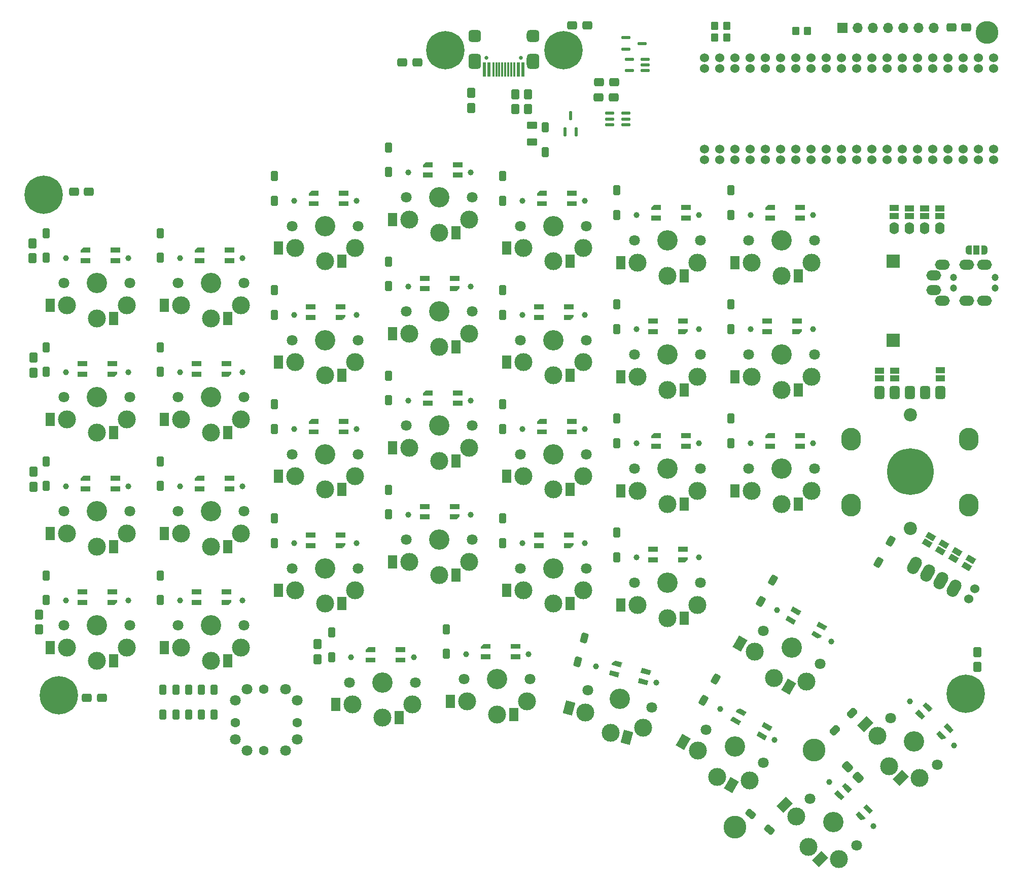
<source format=gbr>
%TF.GenerationSoftware,KiCad,Pcbnew,(5.99.0-11414-g76a6177eb7)*%
%TF.CreationDate,2021-12-13T11:53:38+08:00*%
%TF.ProjectId,Rev2,52657632-2e6b-4696-9361-645f70636258,rev?*%
%TF.SameCoordinates,Original*%
%TF.FileFunction,Soldermask,Bot*%
%TF.FilePolarity,Negative*%
%FSLAX46Y46*%
G04 Gerber Fmt 4.6, Leading zero omitted, Abs format (unit mm)*
G04 Created by KiCad (PCBNEW (5.99.0-11414-g76a6177eb7)) date 2021-12-13 11:53:38*
%MOMM*%
%LPD*%
G01*
G04 APERTURE LIST*
G04 Aperture macros list*
%AMRoundRect*
0 Rectangle with rounded corners*
0 $1 Rounding radius*
0 $2 $3 $4 $5 $6 $7 $8 $9 X,Y pos of 4 corners*
0 Add a 4 corners polygon primitive as box body*
4,1,4,$2,$3,$4,$5,$6,$7,$8,$9,$2,$3,0*
0 Add four circle primitives for the rounded corners*
1,1,$1+$1,$2,$3*
1,1,$1+$1,$4,$5*
1,1,$1+$1,$6,$7*
1,1,$1+$1,$8,$9*
0 Add four rect primitives between the rounded corners*
20,1,$1+$1,$2,$3,$4,$5,0*
20,1,$1+$1,$4,$5,$6,$7,0*
20,1,$1+$1,$6,$7,$8,$9,0*
20,1,$1+$1,$8,$9,$2,$3,0*%
%AMHorizOval*
0 Thick line with rounded ends*
0 $1 width*
0 $2 $3 position (X,Y) of the first rounded end (center of the circle)*
0 $4 $5 position (X,Y) of the second rounded end (center of the circle)*
0 Add line between two ends*
20,1,$1,$2,$3,$4,$5,0*
0 Add two circle primitives to create the rounded ends*
1,1,$1,$2,$3*
1,1,$1,$4,$5*%
%AMRotRect*
0 Rectangle, with rotation*
0 The origin of the aperture is its center*
0 $1 length*
0 $2 width*
0 $3 Rotation angle, in degrees counterclockwise*
0 Add horizontal line*
21,1,$1,$2,0,0,$3*%
%AMFreePoly0*
4,1,22,0.550000,-0.750000,0.000000,-0.750000,0.000000,-0.745033,-0.079941,-0.743568,-0.215256,-0.701293,-0.333266,-0.622738,-0.424486,-0.514219,-0.481581,-0.384460,-0.499164,-0.250000,-0.500000,-0.250000,-0.500000,0.250000,-0.499164,0.250000,-0.499963,0.256109,-0.478152,0.396186,-0.417904,0.524511,-0.324060,0.630769,-0.204165,0.706417,-0.067858,0.745374,0.000000,0.744959,0.000000,0.750000,
0.550000,0.750000,0.550000,-0.750000,0.550000,-0.750000,$1*%
%AMFreePoly1*
4,1,20,0.000000,0.744959,0.073905,0.744508,0.209726,0.703889,0.328688,0.626782,0.421226,0.519385,0.479903,0.390333,0.500000,0.250000,0.500000,-0.250000,0.499851,-0.262216,0.476331,-0.402017,0.414519,-0.529596,0.319384,-0.634700,0.198574,-0.708877,0.061801,-0.746166,0.000000,-0.745033,0.000000,-0.750000,-0.550000,-0.750000,-0.550000,0.750000,0.000000,0.750000,0.000000,0.744959,
0.000000,0.744959,$1*%
G04 Aperture macros list end*
%ADD10C,0.100000*%
%ADD11RoundRect,0.350000X0.350000X-0.500500X0.350000X0.500500X-0.350000X0.500500X-0.350000X-0.500500X0*%
%ADD12RoundRect,0.300000X0.300000X-0.550500X0.300000X0.550500X-0.300000X0.550500X-0.300000X-0.550500X0*%
%ADD13C,3.000000*%
%ADD14C,1.000000*%
%ADD15C,3.400000*%
%ADD16C,1.800000*%
%ADD17R,1.600000X2.200000*%
%ADD18C,1.600000*%
%ADD19RoundRect,0.350000X-0.350000X0.500500X-0.350000X-0.500500X0.350000X-0.500500X0.350000X0.500500X0*%
%ADD20RoundRect,0.350000X-0.500500X-0.350000X0.500500X-0.350000X0.500500X0.350000X-0.500500X0.350000X0*%
%ADD21RoundRect,0.300000X-0.300000X0.550500X-0.300000X-0.550500X0.300000X-0.550500X0.300000X0.550500X0*%
%ADD22C,0.800000*%
%ADD23C,6.400000*%
%ADD24RoundRect,0.350000X0.500500X0.350000X-0.500500X0.350000X-0.500500X-0.350000X0.500500X-0.350000X0*%
%ADD25RotRect,1.600000X2.200000X135.000000*%
%ADD26HorizOval,2.000000X-0.250000X-0.433013X0.250000X0.433013X0*%
%ADD27C,1.524000*%
%ADD28HorizOval,1.524000X0.000000X0.000000X0.000000X0.000000X0*%
%ADD29RoundRect,0.300000X0.147298X-0.609388X0.432258X0.454096X-0.147298X0.609388X-0.432258X-0.454096X0*%
%ADD30RoundRect,0.123750X-0.123750X0.656250X-0.123750X-0.656250X0.123750X-0.656250X0.123750X0.656250X0*%
%ADD31RoundRect,0.123750X-0.656250X-0.123750X0.656250X-0.123750X0.656250X0.123750X-0.656250X0.123750X0*%
%ADD32RoundRect,0.123750X0.656250X0.123750X-0.656250X0.123750X-0.656250X-0.123750X0.656250X-0.123750X0*%
%ADD33RotRect,1.600000X2.200000X150.000000*%
%ADD34RotRect,1.600000X2.200000X165.000000*%
%ADD35RoundRect,0.300000X0.015442X0.626747X-0.535058X-0.326747X-0.015442X-0.626747X0.535058X0.326747X0*%
%ADD36RoundRect,0.350000X0.601394X-0.106420X-0.106420X0.601394X-0.601394X0.106420X0.106420X-0.601394X0*%
%ADD37RoundRect,0.300000X-0.015442X-0.626747X0.535058X0.326747X0.015442X0.626747X-0.535058X-0.326747X0*%
%ADD38R,2.200000X2.200000*%
%ADD39C,2.200000*%
%ADD40C,7.800000*%
%ADD41C,3.800000*%
%ADD42RoundRect,0.300000X0.614544X-0.124041X-0.228871X0.583668X-0.614544X0.124041X0.228871X-0.583668X0*%
%ADD43C,0.650000*%
%ADD44R,0.570000X2.450000*%
%ADD45R,0.300000X2.450000*%
%ADD46RoundRect,0.525000X0.525000X0.725000X-0.525000X0.725000X-0.525000X-0.725000X0.525000X-0.725000X0*%
%ADD47O,1.000000X1.600000*%
%ADD48O,1.000000X2.100000*%
%ADD49RoundRect,0.500000X0.550000X0.500000X-0.550000X0.500000X-0.550000X-0.500000X0.550000X-0.500000X0*%
%ADD50RoundRect,0.300000X-0.177130X-0.601394X0.601394X0.177130X0.177130X0.601394X-0.601394X-0.177130X0*%
%ADD51RoundRect,0.425000X0.425000X-0.675000X0.425000X0.675000X-0.425000X0.675000X-0.425000X-0.675000X0*%
%ADD52RoundRect,0.425000X0.425000X0.675000X-0.425000X0.675000X-0.425000X-0.675000X0.425000X-0.675000X0*%
%ADD53O,3.300000X3.800000*%
%ADD54O,1.600000X2.000000*%
%ADD55C,1.200000*%
%ADD56O,2.500000X1.700000*%
%ADD57R,1.700000X1.700000*%
%ADD58O,1.700000X1.700000*%
%ADD59RoundRect,0.250000X0.625000X-0.375000X0.625000X0.375000X-0.625000X0.375000X-0.625000X-0.375000X0*%
%ADD60R,1.500000X1.000000*%
%ADD61RoundRect,0.250000X0.350000X0.450000X-0.350000X0.450000X-0.350000X-0.450000X0.350000X-0.450000X0*%
%ADD62FreePoly0,0.000000*%
%ADD63R,1.000000X1.500000*%
%ADD64FreePoly1,0.000000*%
%ADD65RotRect,1.000000X1.500000X60.000000*%
G04 APERTURE END LIST*
D10*
%TO.C,SW32*%
X76227499Y-70632000D02*
X74727499Y-70632000D01*
X74727499Y-70632000D02*
X74727499Y-70307000D01*
X74727499Y-70307000D02*
X75127499Y-69882000D01*
X75127499Y-69882000D02*
X76227499Y-69882000D01*
X76227499Y-69882000D02*
X76227499Y-70632000D01*
G36*
X76227499Y-70632000D02*
G01*
X74727499Y-70632000D01*
X74727499Y-70307000D01*
X75127499Y-69882000D01*
X76227499Y-69882000D01*
X76227499Y-70632000D01*
G37*
X76227499Y-70632000D02*
X74727499Y-70632000D01*
X74727499Y-70307000D01*
X75127499Y-69882000D01*
X76227499Y-69882000D01*
X76227499Y-70632000D01*
X76227499Y-72382000D02*
X74727499Y-72382000D01*
X74727499Y-72382000D02*
X74727499Y-71632000D01*
X74727499Y-71632000D02*
X76227499Y-71632000D01*
X76227499Y-71632000D02*
X76227499Y-72382000D01*
G36*
X76227499Y-72382000D02*
G01*
X74727499Y-72382000D01*
X74727499Y-71632000D01*
X76227499Y-71632000D01*
X76227499Y-72382000D01*
G37*
X76227499Y-72382000D02*
X74727499Y-72382000D01*
X74727499Y-71632000D01*
X76227499Y-71632000D01*
X76227499Y-72382000D01*
X81227499Y-70632000D02*
X79727499Y-70632000D01*
X79727499Y-70632000D02*
X79727499Y-69882000D01*
X79727499Y-69882000D02*
X81227499Y-69882000D01*
X81227499Y-69882000D02*
X81227499Y-70632000D01*
G36*
X81227499Y-70632000D02*
G01*
X79727499Y-70632000D01*
X79727499Y-69882000D01*
X81227499Y-69882000D01*
X81227499Y-70632000D01*
G37*
X81227499Y-70632000D02*
X79727499Y-70632000D01*
X79727499Y-69882000D01*
X81227499Y-69882000D01*
X81227499Y-70632000D01*
X81227499Y-72382000D02*
X79727499Y-72382000D01*
X79727499Y-72382000D02*
X79727499Y-71632000D01*
X79727499Y-71632000D02*
X81227499Y-71632000D01*
X81227499Y-71632000D02*
X81227499Y-72382000D01*
G36*
X81227499Y-72382000D02*
G01*
X79727499Y-72382000D01*
X79727499Y-71632000D01*
X81227499Y-71632000D01*
X81227499Y-72382000D01*
G37*
X81227499Y-72382000D02*
X79727499Y-72382000D01*
X79727499Y-71632000D01*
X81227499Y-71632000D01*
X81227499Y-72382000D01*
%TO.C,SW10*%
X169497500Y-119808250D02*
X170997500Y-119808250D01*
X170997500Y-119808250D02*
X170997500Y-120558250D01*
X170997500Y-120558250D02*
X169497500Y-120558250D01*
X169497500Y-120558250D02*
X169497500Y-119808250D01*
G36*
X170997500Y-120558250D02*
G01*
X169497500Y-120558250D01*
X169497500Y-119808250D01*
X170997500Y-119808250D01*
X170997500Y-120558250D01*
G37*
X170997500Y-120558250D02*
X169497500Y-120558250D01*
X169497500Y-119808250D01*
X170997500Y-119808250D01*
X170997500Y-120558250D01*
X169497500Y-121558250D02*
X170997500Y-121558250D01*
X170997500Y-121558250D02*
X170997500Y-122308250D01*
X170997500Y-122308250D02*
X169497500Y-122308250D01*
X169497500Y-122308250D02*
X169497500Y-121558250D01*
G36*
X170997500Y-122308250D02*
G01*
X169497500Y-122308250D01*
X169497500Y-121558250D01*
X170997500Y-121558250D01*
X170997500Y-122308250D01*
G37*
X170997500Y-122308250D02*
X169497500Y-122308250D01*
X169497500Y-121558250D01*
X170997500Y-121558250D01*
X170997500Y-122308250D01*
X174497500Y-121558250D02*
X175997500Y-121558250D01*
X175997500Y-121558250D02*
X175997500Y-121883250D01*
X175997500Y-121883250D02*
X175597500Y-122308250D01*
X175597500Y-122308250D02*
X174497500Y-122308250D01*
X174497500Y-122308250D02*
X174497500Y-121558250D01*
G36*
X175997500Y-121883250D02*
G01*
X175597500Y-122308250D01*
X174497500Y-122308250D01*
X174497500Y-121558250D01*
X175997500Y-121558250D01*
X175997500Y-121883250D01*
G37*
X175997500Y-121883250D02*
X175597500Y-122308250D01*
X174497500Y-122308250D01*
X174497500Y-121558250D01*
X175997500Y-121558250D01*
X175997500Y-121883250D01*
X174497500Y-119808250D02*
X175997500Y-119808250D01*
X175997500Y-119808250D02*
X175997500Y-120558250D01*
X175997500Y-120558250D02*
X174497500Y-120558250D01*
X174497500Y-120558250D02*
X174497500Y-119808250D01*
G36*
X175997500Y-120558250D02*
G01*
X174497500Y-120558250D01*
X174497500Y-119808250D01*
X175997500Y-119808250D01*
X175997500Y-120558250D01*
G37*
X175997500Y-120558250D02*
X174497500Y-120558250D01*
X174497500Y-119808250D01*
X175997500Y-119808250D01*
X175997500Y-120558250D01*
%TO.C,SW18*%
X136397500Y-74564500D02*
X137897500Y-74564500D01*
X137897500Y-74564500D02*
X137897500Y-75314500D01*
X137897500Y-75314500D02*
X136397500Y-75314500D01*
X136397500Y-75314500D02*
X136397500Y-74564500D01*
G36*
X137897500Y-75314500D02*
G01*
X136397500Y-75314500D01*
X136397500Y-74564500D01*
X137897500Y-74564500D01*
X137897500Y-75314500D01*
G37*
X137897500Y-75314500D02*
X136397500Y-75314500D01*
X136397500Y-74564500D01*
X137897500Y-74564500D01*
X137897500Y-75314500D01*
X131397500Y-74564500D02*
X132897500Y-74564500D01*
X132897500Y-74564500D02*
X132897500Y-75314500D01*
X132897500Y-75314500D02*
X131397500Y-75314500D01*
X131397500Y-75314500D02*
X131397500Y-74564500D01*
G36*
X132897500Y-75314500D02*
G01*
X131397500Y-75314500D01*
X131397500Y-74564500D01*
X132897500Y-74564500D01*
X132897500Y-75314500D01*
G37*
X132897500Y-75314500D02*
X131397500Y-75314500D01*
X131397500Y-74564500D01*
X132897500Y-74564500D01*
X132897500Y-75314500D01*
X136397500Y-76314500D02*
X137897500Y-76314500D01*
X137897500Y-76314500D02*
X137897500Y-76639500D01*
X137897500Y-76639500D02*
X137497500Y-77064500D01*
X137497500Y-77064500D02*
X136397500Y-77064500D01*
X136397500Y-77064500D02*
X136397500Y-76314500D01*
G36*
X137897500Y-76639500D02*
G01*
X137497500Y-77064500D01*
X136397500Y-77064500D01*
X136397500Y-76314500D01*
X137897500Y-76314500D01*
X137897500Y-76639500D01*
G37*
X137897500Y-76639500D02*
X137497500Y-77064500D01*
X136397500Y-77064500D01*
X136397500Y-76314500D01*
X137897500Y-76314500D01*
X137897500Y-76639500D01*
X131397500Y-76314500D02*
X132897500Y-76314500D01*
X132897500Y-76314500D02*
X132897500Y-77064500D01*
X132897500Y-77064500D02*
X131397500Y-77064500D01*
X131397500Y-77064500D02*
X131397500Y-76314500D01*
G36*
X132897500Y-77064500D02*
G01*
X131397500Y-77064500D01*
X131397500Y-76314500D01*
X132897500Y-76314500D01*
X132897500Y-77064500D01*
G37*
X132897500Y-77064500D02*
X131397500Y-77064500D01*
X131397500Y-76314500D01*
X132897500Y-76314500D01*
X132897500Y-77064500D01*
%TO.C,SW9*%
X171477500Y-101588250D02*
X169977500Y-101588250D01*
X169977500Y-101588250D02*
X169977500Y-101263250D01*
X169977500Y-101263250D02*
X170377500Y-100838250D01*
X170377500Y-100838250D02*
X171477500Y-100838250D01*
X171477500Y-100838250D02*
X171477500Y-101588250D01*
G36*
X171477500Y-101588250D02*
G01*
X169977500Y-101588250D01*
X169977500Y-101263250D01*
X170377500Y-100838250D01*
X171477500Y-100838250D01*
X171477500Y-101588250D01*
G37*
X171477500Y-101588250D02*
X169977500Y-101588250D01*
X169977500Y-101263250D01*
X170377500Y-100838250D01*
X171477500Y-100838250D01*
X171477500Y-101588250D01*
X176477500Y-101588250D02*
X174977500Y-101588250D01*
X174977500Y-101588250D02*
X174977500Y-100838250D01*
X174977500Y-100838250D02*
X176477500Y-100838250D01*
X176477500Y-100838250D02*
X176477500Y-101588250D01*
G36*
X176477500Y-101588250D02*
G01*
X174977500Y-101588250D01*
X174977500Y-100838250D01*
X176477500Y-100838250D01*
X176477500Y-101588250D01*
G37*
X176477500Y-101588250D02*
X174977500Y-101588250D01*
X174977500Y-100838250D01*
X176477500Y-100838250D01*
X176477500Y-101588250D01*
X176477500Y-103338250D02*
X174977500Y-103338250D01*
X174977500Y-103338250D02*
X174977500Y-102588250D01*
X174977500Y-102588250D02*
X176477500Y-102588250D01*
X176477500Y-102588250D02*
X176477500Y-103338250D01*
G36*
X176477500Y-103338250D02*
G01*
X174977500Y-103338250D01*
X174977500Y-102588250D01*
X176477500Y-102588250D01*
X176477500Y-103338250D01*
G37*
X176477500Y-103338250D02*
X174977500Y-103338250D01*
X174977500Y-102588250D01*
X176477500Y-102588250D01*
X176477500Y-103338250D01*
X171477500Y-103338250D02*
X169977500Y-103338250D01*
X169977500Y-103338250D02*
X169977500Y-102588250D01*
X169977500Y-102588250D02*
X171477500Y-102588250D01*
X171477500Y-102588250D02*
X171477500Y-103338250D01*
G36*
X171477500Y-103338250D02*
G01*
X169977500Y-103338250D01*
X169977500Y-102588250D01*
X171477500Y-102588250D01*
X171477500Y-103338250D01*
G37*
X171477500Y-103338250D02*
X169977500Y-103338250D01*
X169977500Y-102588250D01*
X171477500Y-102588250D01*
X171477500Y-103338250D01*
%TO.C,SW26*%
X148030000Y-136768250D02*
X146530000Y-136768250D01*
X146530000Y-136768250D02*
X146530000Y-136018250D01*
X146530000Y-136018250D02*
X148030000Y-136018250D01*
X148030000Y-136018250D02*
X148030000Y-136768250D01*
G36*
X148030000Y-136768250D02*
G01*
X146530000Y-136768250D01*
X146530000Y-136018250D01*
X148030000Y-136018250D01*
X148030000Y-136768250D01*
G37*
X148030000Y-136768250D02*
X146530000Y-136768250D01*
X146530000Y-136018250D01*
X148030000Y-136018250D01*
X148030000Y-136768250D01*
X148030000Y-138518250D02*
X146530000Y-138518250D01*
X146530000Y-138518250D02*
X146530000Y-137768250D01*
X146530000Y-137768250D02*
X148030000Y-137768250D01*
X148030000Y-137768250D02*
X148030000Y-138518250D01*
G36*
X148030000Y-138518250D02*
G01*
X146530000Y-138518250D01*
X146530000Y-137768250D01*
X148030000Y-137768250D01*
X148030000Y-138518250D01*
G37*
X148030000Y-138518250D02*
X146530000Y-138518250D01*
X146530000Y-137768250D01*
X148030000Y-137768250D01*
X148030000Y-138518250D01*
X143030000Y-138518250D02*
X141530000Y-138518250D01*
X141530000Y-138518250D02*
X141530000Y-137768250D01*
X141530000Y-137768250D02*
X143030000Y-137768250D01*
X143030000Y-137768250D02*
X143030000Y-138518250D01*
G36*
X143030000Y-138518250D02*
G01*
X141530000Y-138518250D01*
X141530000Y-137768250D01*
X143030000Y-137768250D01*
X143030000Y-138518250D01*
G37*
X143030000Y-138518250D02*
X141530000Y-138518250D01*
X141530000Y-137768250D01*
X143030000Y-137768250D01*
X143030000Y-138518250D01*
X143030000Y-136768250D02*
X141530000Y-136768250D01*
X141530000Y-136768250D02*
X141530000Y-136443250D01*
X141530000Y-136443250D02*
X141930000Y-136018250D01*
X141930000Y-136018250D02*
X143030000Y-136018250D01*
X143030000Y-136018250D02*
X143030000Y-136768250D01*
G36*
X143030000Y-136768250D02*
G01*
X141530000Y-136768250D01*
X141530000Y-136443250D01*
X141930000Y-136018250D01*
X143030000Y-136018250D01*
X143030000Y-136768250D01*
G37*
X143030000Y-136768250D02*
X141530000Y-136768250D01*
X141530000Y-136443250D01*
X141930000Y-136018250D01*
X143030000Y-136018250D01*
X143030000Y-136768250D01*
%TO.C,SW12*%
X152427500Y-62857000D02*
X150927500Y-62857000D01*
X150927500Y-62857000D02*
X150927500Y-62107000D01*
X150927500Y-62107000D02*
X152427500Y-62107000D01*
X152427500Y-62107000D02*
X152427500Y-62857000D01*
G36*
X152427500Y-62857000D02*
G01*
X150927500Y-62857000D01*
X150927500Y-62107000D01*
X152427500Y-62107000D01*
X152427500Y-62857000D01*
G37*
X152427500Y-62857000D02*
X150927500Y-62857000D01*
X150927500Y-62107000D01*
X152427500Y-62107000D01*
X152427500Y-62857000D01*
X157427500Y-61107000D02*
X155927500Y-61107000D01*
X155927500Y-61107000D02*
X155927500Y-60357000D01*
X155927500Y-60357000D02*
X157427500Y-60357000D01*
X157427500Y-60357000D02*
X157427500Y-61107000D01*
G36*
X157427500Y-61107000D02*
G01*
X155927500Y-61107000D01*
X155927500Y-60357000D01*
X157427500Y-60357000D01*
X157427500Y-61107000D01*
G37*
X157427500Y-61107000D02*
X155927500Y-61107000D01*
X155927500Y-60357000D01*
X157427500Y-60357000D01*
X157427500Y-61107000D01*
X157427500Y-62857000D02*
X155927500Y-62857000D01*
X155927500Y-62857000D02*
X155927500Y-62107000D01*
X155927500Y-62107000D02*
X157427500Y-62107000D01*
X157427500Y-62107000D02*
X157427500Y-62857000D01*
G36*
X157427500Y-62857000D02*
G01*
X155927500Y-62857000D01*
X155927500Y-62107000D01*
X157427500Y-62107000D01*
X157427500Y-62857000D01*
G37*
X157427500Y-62857000D02*
X155927500Y-62857000D01*
X155927500Y-62107000D01*
X157427500Y-62107000D01*
X157427500Y-62857000D01*
X152427500Y-61107000D02*
X150927500Y-61107000D01*
X150927500Y-61107000D02*
X150927500Y-60782000D01*
X150927500Y-60782000D02*
X151327500Y-60357000D01*
X151327500Y-60357000D02*
X152427500Y-60357000D01*
X152427500Y-60357000D02*
X152427500Y-61107000D01*
G36*
X152427500Y-61107000D02*
G01*
X150927500Y-61107000D01*
X150927500Y-60782000D01*
X151327500Y-60357000D01*
X152427500Y-60357000D01*
X152427500Y-61107000D01*
G37*
X152427500Y-61107000D02*
X150927500Y-61107000D01*
X150927500Y-60782000D01*
X151327500Y-60357000D01*
X152427500Y-60357000D01*
X152427500Y-61107000D01*
%TO.C,SW6*%
X205881431Y-162770833D02*
X206942091Y-163831493D01*
X206942091Y-163831493D02*
X206411761Y-164361824D01*
X206411761Y-164361824D02*
X205351100Y-163301163D01*
X205351100Y-163301163D02*
X205881431Y-162770833D01*
G36*
X206942091Y-163831493D02*
G01*
X206411761Y-164361824D01*
X205351100Y-163301163D01*
X205881431Y-162770833D01*
X206942091Y-163831493D01*
G37*
X206942091Y-163831493D02*
X206411761Y-164361824D01*
X205351100Y-163301163D01*
X205881431Y-162770833D01*
X206942091Y-163831493D01*
X201108460Y-160472736D02*
X202169120Y-161533396D01*
X202169120Y-161533396D02*
X201638790Y-162063727D01*
X201638790Y-162063727D02*
X200578130Y-161003066D01*
X200578130Y-161003066D02*
X201108460Y-160472736D01*
G36*
X202169120Y-161533396D02*
G01*
X201638790Y-162063727D01*
X200578130Y-161003066D01*
X201108460Y-160472736D01*
X202169120Y-161533396D01*
G37*
X202169120Y-161533396D02*
X201638790Y-162063727D01*
X200578130Y-161003066D01*
X201108460Y-160472736D01*
X202169120Y-161533396D01*
X202345897Y-159235299D02*
X203406557Y-160295960D01*
X203406557Y-160295960D02*
X202876227Y-160826290D01*
X202876227Y-160826290D02*
X201815567Y-159765629D01*
X201815567Y-159765629D02*
X202345897Y-159235299D01*
G36*
X203406557Y-160295960D02*
G01*
X202876227Y-160826290D01*
X201815567Y-159765629D01*
X202345897Y-159235299D01*
X203406557Y-160295960D01*
G37*
X203406557Y-160295960D02*
X202876227Y-160826290D01*
X201815567Y-159765629D01*
X202345897Y-159235299D01*
X203406557Y-160295960D01*
X204643994Y-164008270D02*
X205704654Y-165068930D01*
X205704654Y-165068930D02*
X205474844Y-165298740D01*
X205474844Y-165298740D02*
X204891481Y-165316418D01*
X204891481Y-165316418D02*
X204113664Y-164538600D01*
X204113664Y-164538600D02*
X204643994Y-164008270D01*
G36*
X205704654Y-165068930D02*
G01*
X205474844Y-165298740D01*
X204891481Y-165316418D01*
X204113664Y-164538600D01*
X204643994Y-164008270D01*
X205704654Y-165068930D01*
G37*
X205704654Y-165068930D02*
X205474844Y-165298740D01*
X204891481Y-165316418D01*
X204113664Y-164538600D01*
X204643994Y-164008270D01*
X205704654Y-165068930D01*
%TO.C,SW22*%
X114327500Y-61107000D02*
X112827500Y-61107000D01*
X112827500Y-61107000D02*
X112827500Y-60782000D01*
X112827500Y-60782000D02*
X113227500Y-60357000D01*
X113227500Y-60357000D02*
X114327500Y-60357000D01*
X114327500Y-60357000D02*
X114327500Y-61107000D01*
G36*
X114327500Y-61107000D02*
G01*
X112827500Y-61107000D01*
X112827500Y-60782000D01*
X113227500Y-60357000D01*
X114327500Y-60357000D01*
X114327500Y-61107000D01*
G37*
X114327500Y-61107000D02*
X112827500Y-61107000D01*
X112827500Y-60782000D01*
X113227500Y-60357000D01*
X114327500Y-60357000D01*
X114327500Y-61107000D01*
X119327500Y-61107000D02*
X117827500Y-61107000D01*
X117827500Y-61107000D02*
X117827500Y-60357000D01*
X117827500Y-60357000D02*
X119327500Y-60357000D01*
X119327500Y-60357000D02*
X119327500Y-61107000D01*
G36*
X119327500Y-61107000D02*
G01*
X117827500Y-61107000D01*
X117827500Y-60357000D01*
X119327500Y-60357000D01*
X119327500Y-61107000D01*
G37*
X119327500Y-61107000D02*
X117827500Y-61107000D01*
X117827500Y-60357000D01*
X119327500Y-60357000D01*
X119327500Y-61107000D01*
X114327500Y-62857000D02*
X112827500Y-62857000D01*
X112827500Y-62857000D02*
X112827500Y-62107000D01*
X112827500Y-62107000D02*
X114327500Y-62107000D01*
X114327500Y-62107000D02*
X114327500Y-62857000D01*
G36*
X114327500Y-62857000D02*
G01*
X112827500Y-62857000D01*
X112827500Y-62107000D01*
X114327500Y-62107000D01*
X114327500Y-62857000D01*
G37*
X114327500Y-62857000D02*
X112827500Y-62857000D01*
X112827500Y-62107000D01*
X114327500Y-62107000D01*
X114327500Y-62857000D01*
X119327500Y-62857000D02*
X117827500Y-62857000D01*
X117827500Y-62857000D02*
X117827500Y-62107000D01*
X117827500Y-62107000D02*
X119327500Y-62107000D01*
X119327500Y-62107000D02*
X119327500Y-62857000D01*
G36*
X119327500Y-62857000D02*
G01*
X117827500Y-62857000D01*
X117827500Y-62107000D01*
X119327500Y-62107000D01*
X119327500Y-62857000D01*
G37*
X119327500Y-62857000D02*
X117827500Y-62857000D01*
X117827500Y-62107000D01*
X119327500Y-62107000D01*
X119327500Y-62857000D01*
%TO.C,SW25*%
X112347500Y-119177000D02*
X113847500Y-119177000D01*
X113847500Y-119177000D02*
X113847500Y-119927000D01*
X113847500Y-119927000D02*
X112347500Y-119927000D01*
X112347500Y-119927000D02*
X112347500Y-119177000D01*
G36*
X113847500Y-119927000D02*
G01*
X112347500Y-119927000D01*
X112347500Y-119177000D01*
X113847500Y-119177000D01*
X113847500Y-119927000D01*
G37*
X113847500Y-119927000D02*
X112347500Y-119927000D01*
X112347500Y-119177000D01*
X113847500Y-119177000D01*
X113847500Y-119927000D01*
X117347500Y-119177000D02*
X118847500Y-119177000D01*
X118847500Y-119177000D02*
X118847500Y-119502000D01*
X118847500Y-119502000D02*
X118447500Y-119927000D01*
X118447500Y-119927000D02*
X117347500Y-119927000D01*
X117347500Y-119927000D02*
X117347500Y-119177000D01*
G36*
X118847500Y-119502000D02*
G01*
X118447500Y-119927000D01*
X117347500Y-119927000D01*
X117347500Y-119177000D01*
X118847500Y-119177000D01*
X118847500Y-119502000D01*
G37*
X118847500Y-119502000D02*
X118447500Y-119927000D01*
X117347500Y-119927000D01*
X117347500Y-119177000D01*
X118847500Y-119177000D01*
X118847500Y-119502000D01*
X117347500Y-117427000D02*
X118847500Y-117427000D01*
X118847500Y-117427000D02*
X118847500Y-118177000D01*
X118847500Y-118177000D02*
X117347500Y-118177000D01*
X117347500Y-118177000D02*
X117347500Y-117427000D01*
G36*
X118847500Y-118177000D02*
G01*
X117347500Y-118177000D01*
X117347500Y-117427000D01*
X118847500Y-117427000D01*
X118847500Y-118177000D01*
G37*
X118847500Y-118177000D02*
X117347500Y-118177000D01*
X117347500Y-117427000D01*
X118847500Y-117427000D01*
X118847500Y-118177000D01*
X112347500Y-117427000D02*
X113847500Y-117427000D01*
X113847500Y-117427000D02*
X113847500Y-118177000D01*
X113847500Y-118177000D02*
X112347500Y-118177000D01*
X112347500Y-118177000D02*
X112347500Y-117427000D01*
G36*
X113847500Y-118177000D02*
G01*
X112347500Y-118177000D01*
X112347500Y-117427000D01*
X113847500Y-117427000D01*
X113847500Y-118177000D01*
G37*
X113847500Y-118177000D02*
X112347500Y-118177000D01*
X112347500Y-117427000D01*
X113847500Y-117427000D01*
X113847500Y-118177000D01*
%TO.C,SW29*%
X100277500Y-110482000D02*
X98777500Y-110482000D01*
X98777500Y-110482000D02*
X98777500Y-109732000D01*
X98777500Y-109732000D02*
X100277500Y-109732000D01*
X100277500Y-109732000D02*
X100277500Y-110482000D01*
G36*
X100277500Y-110482000D02*
G01*
X98777500Y-110482000D01*
X98777500Y-109732000D01*
X100277500Y-109732000D01*
X100277500Y-110482000D01*
G37*
X100277500Y-110482000D02*
X98777500Y-110482000D01*
X98777500Y-109732000D01*
X100277500Y-109732000D01*
X100277500Y-110482000D01*
X95277500Y-110482000D02*
X93777500Y-110482000D01*
X93777500Y-110482000D02*
X93777500Y-109732000D01*
X93777500Y-109732000D02*
X95277500Y-109732000D01*
X95277500Y-109732000D02*
X95277500Y-110482000D01*
G36*
X95277500Y-110482000D02*
G01*
X93777500Y-110482000D01*
X93777500Y-109732000D01*
X95277500Y-109732000D01*
X95277500Y-110482000D01*
G37*
X95277500Y-110482000D02*
X93777500Y-110482000D01*
X93777500Y-109732000D01*
X95277500Y-109732000D01*
X95277500Y-110482000D01*
X95277500Y-108732000D02*
X93777500Y-108732000D01*
X93777500Y-108732000D02*
X93777500Y-108407000D01*
X93777500Y-108407000D02*
X94177500Y-107982000D01*
X94177500Y-107982000D02*
X95277500Y-107982000D01*
X95277500Y-107982000D02*
X95277500Y-108732000D01*
G36*
X95277500Y-108732000D02*
G01*
X93777500Y-108732000D01*
X93777500Y-108407000D01*
X94177500Y-107982000D01*
X95277500Y-107982000D01*
X95277500Y-108732000D01*
G37*
X95277500Y-108732000D02*
X93777500Y-108732000D01*
X93777500Y-108407000D01*
X94177500Y-107982000D01*
X95277500Y-107982000D01*
X95277500Y-108732000D01*
X100277500Y-108732000D02*
X98777500Y-108732000D01*
X98777500Y-108732000D02*
X98777500Y-107982000D01*
X98777500Y-107982000D02*
X100277500Y-107982000D01*
X100277500Y-107982000D02*
X100277500Y-108732000D01*
G36*
X100277500Y-108732000D02*
G01*
X98777500Y-108732000D01*
X98777500Y-107982000D01*
X100277500Y-107982000D01*
X100277500Y-108732000D01*
G37*
X100277500Y-108732000D02*
X98777500Y-108732000D01*
X98777500Y-107982000D01*
X100277500Y-107982000D01*
X100277500Y-108732000D01*
%TO.C,SW20*%
X136397500Y-112664500D02*
X137897500Y-112664500D01*
X137897500Y-112664500D02*
X137897500Y-113414500D01*
X137897500Y-113414500D02*
X136397500Y-113414500D01*
X136397500Y-113414500D02*
X136397500Y-112664500D01*
G36*
X137897500Y-113414500D02*
G01*
X136397500Y-113414500D01*
X136397500Y-112664500D01*
X137897500Y-112664500D01*
X137897500Y-113414500D01*
G37*
X137897500Y-113414500D02*
X136397500Y-113414500D01*
X136397500Y-112664500D01*
X137897500Y-112664500D01*
X137897500Y-113414500D01*
X131397500Y-114414500D02*
X132897500Y-114414500D01*
X132897500Y-114414500D02*
X132897500Y-115164500D01*
X132897500Y-115164500D02*
X131397500Y-115164500D01*
X131397500Y-115164500D02*
X131397500Y-114414500D01*
G36*
X132897500Y-115164500D02*
G01*
X131397500Y-115164500D01*
X131397500Y-114414500D01*
X132897500Y-114414500D01*
X132897500Y-115164500D01*
G37*
X132897500Y-115164500D02*
X131397500Y-115164500D01*
X131397500Y-114414500D01*
X132897500Y-114414500D01*
X132897500Y-115164500D01*
X131397500Y-112664500D02*
X132897500Y-112664500D01*
X132897500Y-112664500D02*
X132897500Y-113414500D01*
X132897500Y-113414500D02*
X131397500Y-113414500D01*
X131397500Y-113414500D02*
X131397500Y-112664500D01*
G36*
X132897500Y-113414500D02*
G01*
X131397500Y-113414500D01*
X131397500Y-112664500D01*
X132897500Y-112664500D01*
X132897500Y-113414500D01*
G37*
X132897500Y-113414500D02*
X131397500Y-113414500D01*
X131397500Y-112664500D01*
X132897500Y-112664500D01*
X132897500Y-113414500D01*
X136397500Y-114414500D02*
X137897500Y-114414500D01*
X137897500Y-114414500D02*
X137897500Y-114739500D01*
X137897500Y-114739500D02*
X137497500Y-115164500D01*
X137497500Y-115164500D02*
X136397500Y-115164500D01*
X136397500Y-115164500D02*
X136397500Y-114414500D01*
G36*
X137897500Y-114739500D02*
G01*
X137497500Y-115164500D01*
X136397500Y-115164500D01*
X136397500Y-114414500D01*
X137897500Y-114414500D01*
X137897500Y-114739500D01*
G37*
X137897500Y-114739500D02*
X137497500Y-115164500D01*
X136397500Y-115164500D01*
X136397500Y-114414500D01*
X137897500Y-114414500D01*
X137897500Y-114739500D01*
%TO.C,SW24*%
X119327500Y-100957000D02*
X117827500Y-100957000D01*
X117827500Y-100957000D02*
X117827500Y-100207000D01*
X117827500Y-100207000D02*
X119327500Y-100207000D01*
X119327500Y-100207000D02*
X119327500Y-100957000D01*
G36*
X119327500Y-100957000D02*
G01*
X117827500Y-100957000D01*
X117827500Y-100207000D01*
X119327500Y-100207000D01*
X119327500Y-100957000D01*
G37*
X119327500Y-100957000D02*
X117827500Y-100957000D01*
X117827500Y-100207000D01*
X119327500Y-100207000D01*
X119327500Y-100957000D01*
X114327500Y-99207000D02*
X112827500Y-99207000D01*
X112827500Y-99207000D02*
X112827500Y-98882000D01*
X112827500Y-98882000D02*
X113227500Y-98457000D01*
X113227500Y-98457000D02*
X114327500Y-98457000D01*
X114327500Y-98457000D02*
X114327500Y-99207000D01*
G36*
X114327500Y-99207000D02*
G01*
X112827500Y-99207000D01*
X112827500Y-98882000D01*
X113227500Y-98457000D01*
X114327500Y-98457000D01*
X114327500Y-99207000D01*
G37*
X114327500Y-99207000D02*
X112827500Y-99207000D01*
X112827500Y-98882000D01*
X113227500Y-98457000D01*
X114327500Y-98457000D01*
X114327500Y-99207000D01*
X114327500Y-100957000D02*
X112827500Y-100957000D01*
X112827500Y-100957000D02*
X112827500Y-100207000D01*
X112827500Y-100207000D02*
X114327500Y-100207000D01*
X114327500Y-100207000D02*
X114327500Y-100957000D01*
G36*
X114327500Y-100957000D02*
G01*
X112827500Y-100957000D01*
X112827500Y-100207000D01*
X114327500Y-100207000D01*
X114327500Y-100957000D01*
G37*
X114327500Y-100957000D02*
X112827500Y-100957000D01*
X112827500Y-100207000D01*
X114327500Y-100207000D01*
X114327500Y-100957000D01*
X119327500Y-99207000D02*
X117827500Y-99207000D01*
X117827500Y-99207000D02*
X117827500Y-98457000D01*
X117827500Y-98457000D02*
X119327500Y-98457000D01*
X119327500Y-98457000D02*
X119327500Y-99207000D01*
G36*
X119327500Y-99207000D02*
G01*
X117827500Y-99207000D01*
X117827500Y-98457000D01*
X119327500Y-98457000D01*
X119327500Y-99207000D01*
G37*
X119327500Y-99207000D02*
X117827500Y-99207000D01*
X117827500Y-98457000D01*
X119327500Y-98457000D01*
X119327500Y-99207000D01*
%TO.C,SW13*%
X155447500Y-79327000D02*
X156947500Y-79327000D01*
X156947500Y-79327000D02*
X156947500Y-80077000D01*
X156947500Y-80077000D02*
X155447500Y-80077000D01*
X155447500Y-80077000D02*
X155447500Y-79327000D01*
G36*
X156947500Y-80077000D02*
G01*
X155447500Y-80077000D01*
X155447500Y-79327000D01*
X156947500Y-79327000D01*
X156947500Y-80077000D01*
G37*
X156947500Y-80077000D02*
X155447500Y-80077000D01*
X155447500Y-79327000D01*
X156947500Y-79327000D01*
X156947500Y-80077000D01*
X150447500Y-79327000D02*
X151947500Y-79327000D01*
X151947500Y-79327000D02*
X151947500Y-80077000D01*
X151947500Y-80077000D02*
X150447500Y-80077000D01*
X150447500Y-80077000D02*
X150447500Y-79327000D01*
G36*
X151947500Y-80077000D02*
G01*
X150447500Y-80077000D01*
X150447500Y-79327000D01*
X151947500Y-79327000D01*
X151947500Y-80077000D01*
G37*
X151947500Y-80077000D02*
X150447500Y-80077000D01*
X150447500Y-79327000D01*
X151947500Y-79327000D01*
X151947500Y-80077000D01*
X150447500Y-81077000D02*
X151947500Y-81077000D01*
X151947500Y-81077000D02*
X151947500Y-81827000D01*
X151947500Y-81827000D02*
X150447500Y-81827000D01*
X150447500Y-81827000D02*
X150447500Y-81077000D01*
G36*
X151947500Y-81827000D02*
G01*
X150447500Y-81827000D01*
X150447500Y-81077000D01*
X151947500Y-81077000D01*
X151947500Y-81827000D01*
G37*
X151947500Y-81827000D02*
X150447500Y-81827000D01*
X150447500Y-81077000D01*
X151947500Y-81077000D01*
X151947500Y-81827000D01*
X155447500Y-81077000D02*
X156947500Y-81077000D01*
X156947500Y-81077000D02*
X156947500Y-81402000D01*
X156947500Y-81402000D02*
X156547500Y-81827000D01*
X156547500Y-81827000D02*
X155447500Y-81827000D01*
X155447500Y-81827000D02*
X155447500Y-81077000D01*
G36*
X156947500Y-81402000D02*
G01*
X156547500Y-81827000D01*
X155447500Y-81827000D01*
X155447500Y-81077000D01*
X156947500Y-81077000D01*
X156947500Y-81402000D01*
G37*
X156947500Y-81402000D02*
X156547500Y-81827000D01*
X155447500Y-81827000D01*
X155447500Y-81077000D01*
X156947500Y-81077000D01*
X156947500Y-81402000D01*
%TO.C,SW3*%
X195527499Y-101588250D02*
X194027499Y-101588250D01*
X194027499Y-101588250D02*
X194027499Y-100838250D01*
X194027499Y-100838250D02*
X195527499Y-100838250D01*
X195527499Y-100838250D02*
X195527499Y-101588250D01*
G36*
X195527499Y-101588250D02*
G01*
X194027499Y-101588250D01*
X194027499Y-100838250D01*
X195527499Y-100838250D01*
X195527499Y-101588250D01*
G37*
X195527499Y-101588250D02*
X194027499Y-101588250D01*
X194027499Y-100838250D01*
X195527499Y-100838250D01*
X195527499Y-101588250D01*
X195527499Y-103338250D02*
X194027499Y-103338250D01*
X194027499Y-103338250D02*
X194027499Y-102588250D01*
X194027499Y-102588250D02*
X195527499Y-102588250D01*
X195527499Y-102588250D02*
X195527499Y-103338250D01*
G36*
X195527499Y-103338250D02*
G01*
X194027499Y-103338250D01*
X194027499Y-102588250D01*
X195527499Y-102588250D01*
X195527499Y-103338250D01*
G37*
X195527499Y-103338250D02*
X194027499Y-103338250D01*
X194027499Y-102588250D01*
X195527499Y-102588250D01*
X195527499Y-103338250D01*
X190527499Y-103338250D02*
X189027499Y-103338250D01*
X189027499Y-103338250D02*
X189027499Y-102588250D01*
X189027499Y-102588250D02*
X190527499Y-102588250D01*
X190527499Y-102588250D02*
X190527499Y-103338250D01*
G36*
X190527499Y-103338250D02*
G01*
X189027499Y-103338250D01*
X189027499Y-102588250D01*
X190527499Y-102588250D01*
X190527499Y-103338250D01*
G37*
X190527499Y-103338250D02*
X189027499Y-103338250D01*
X189027499Y-102588250D01*
X190527499Y-102588250D01*
X190527499Y-103338250D01*
X190527499Y-101588250D02*
X189027499Y-101588250D01*
X189027499Y-101588250D02*
X189027499Y-101263250D01*
X189027499Y-101263250D02*
X189427499Y-100838250D01*
X189427499Y-100838250D02*
X190527499Y-100838250D01*
X190527499Y-100838250D02*
X190527499Y-101588250D01*
G36*
X190527499Y-101588250D02*
G01*
X189027499Y-101588250D01*
X189027499Y-101263250D01*
X189427499Y-100838250D01*
X190527499Y-100838250D01*
X190527499Y-101588250D01*
G37*
X190527499Y-101588250D02*
X189027499Y-101588250D01*
X189027499Y-101263250D01*
X189427499Y-100838250D01*
X190527499Y-100838250D01*
X190527499Y-101588250D01*
%TO.C,SW17*%
X138377500Y-56344500D02*
X136877500Y-56344500D01*
X136877500Y-56344500D02*
X136877500Y-55594500D01*
X136877500Y-55594500D02*
X138377500Y-55594500D01*
X138377500Y-55594500D02*
X138377500Y-56344500D01*
G36*
X138377500Y-56344500D02*
G01*
X136877500Y-56344500D01*
X136877500Y-55594500D01*
X138377500Y-55594500D01*
X138377500Y-56344500D01*
G37*
X138377500Y-56344500D02*
X136877500Y-56344500D01*
X136877500Y-55594500D01*
X138377500Y-55594500D01*
X138377500Y-56344500D01*
X133377500Y-58094500D02*
X131877500Y-58094500D01*
X131877500Y-58094500D02*
X131877500Y-57344500D01*
X131877500Y-57344500D02*
X133377500Y-57344500D01*
X133377500Y-57344500D02*
X133377500Y-58094500D01*
G36*
X133377500Y-58094500D02*
G01*
X131877500Y-58094500D01*
X131877500Y-57344500D01*
X133377500Y-57344500D01*
X133377500Y-58094500D01*
G37*
X133377500Y-58094500D02*
X131877500Y-58094500D01*
X131877500Y-57344500D01*
X133377500Y-57344500D01*
X133377500Y-58094500D01*
X133377500Y-56344500D02*
X131877500Y-56344500D01*
X131877500Y-56344500D02*
X131877500Y-56019500D01*
X131877500Y-56019500D02*
X132277500Y-55594500D01*
X132277500Y-55594500D02*
X133377500Y-55594500D01*
X133377500Y-55594500D02*
X133377500Y-56344500D01*
G36*
X133377500Y-56344500D02*
G01*
X131877500Y-56344500D01*
X131877500Y-56019500D01*
X132277500Y-55594500D01*
X133377500Y-55594500D01*
X133377500Y-56344500D01*
G37*
X133377500Y-56344500D02*
X131877500Y-56344500D01*
X131877500Y-56019500D01*
X132277500Y-55594500D01*
X133377500Y-55594500D01*
X133377500Y-56344500D01*
X138377500Y-58094500D02*
X136877500Y-58094500D01*
X136877500Y-58094500D02*
X136877500Y-57344500D01*
X136877500Y-57344500D02*
X138377500Y-57344500D01*
X138377500Y-57344500D02*
X138377500Y-58094500D01*
G36*
X138377500Y-58094500D02*
G01*
X136877500Y-58094500D01*
X136877500Y-57344500D01*
X138377500Y-57344500D01*
X138377500Y-58094500D01*
G37*
X138377500Y-58094500D02*
X136877500Y-58094500D01*
X136877500Y-57344500D01*
X138377500Y-57344500D01*
X138377500Y-58094500D01*
%TO.C,SW11*%
X197973579Y-132317225D02*
X199272617Y-133067225D01*
X199272617Y-133067225D02*
X198897617Y-133716744D01*
X198897617Y-133716744D02*
X197598579Y-132966744D01*
X197598579Y-132966744D02*
X197973579Y-132317225D01*
G36*
X199272617Y-133067225D02*
G01*
X198897617Y-133716744D01*
X197598579Y-132966744D01*
X197973579Y-132317225D01*
X199272617Y-133067225D01*
G37*
X199272617Y-133067225D02*
X198897617Y-133716744D01*
X197598579Y-132966744D01*
X197973579Y-132317225D01*
X199272617Y-133067225D01*
X193643452Y-129817225D02*
X194942490Y-130567225D01*
X194942490Y-130567225D02*
X194567490Y-131216744D01*
X194567490Y-131216744D02*
X193268452Y-130466744D01*
X193268452Y-130466744D02*
X193643452Y-129817225D01*
G36*
X194942490Y-130567225D02*
G01*
X194567490Y-131216744D01*
X193268452Y-130466744D01*
X193643452Y-129817225D01*
X194942490Y-130567225D01*
G37*
X194942490Y-130567225D02*
X194567490Y-131216744D01*
X193268452Y-130466744D01*
X193643452Y-129817225D01*
X194942490Y-130567225D01*
X192768452Y-131332769D02*
X194067490Y-132082769D01*
X194067490Y-132082769D02*
X193692490Y-132732288D01*
X193692490Y-132732288D02*
X192393452Y-131982288D01*
X192393452Y-131982288D02*
X192768452Y-131332769D01*
G36*
X194067490Y-132082769D02*
G01*
X193692490Y-132732288D01*
X192393452Y-131982288D01*
X192768452Y-131332769D01*
X194067490Y-132082769D01*
G37*
X194067490Y-132082769D02*
X193692490Y-132732288D01*
X192393452Y-131982288D01*
X192768452Y-131332769D01*
X194067490Y-132082769D01*
X197098579Y-133832769D02*
X198397617Y-134582769D01*
X198397617Y-134582769D02*
X198235117Y-134864228D01*
X198235117Y-134864228D02*
X197676207Y-135032288D01*
X197676207Y-135032288D02*
X196723579Y-134482288D01*
X196723579Y-134482288D02*
X197098579Y-133832769D01*
G36*
X198397617Y-134582769D02*
G01*
X198235117Y-134864228D01*
X197676207Y-135032288D01*
X196723579Y-134482288D01*
X197098579Y-133832769D01*
X198397617Y-134582769D01*
G37*
X198397617Y-134582769D02*
X198235117Y-134864228D01*
X197676207Y-135032288D01*
X196723579Y-134482288D01*
X197098579Y-133832769D01*
X198397617Y-134582769D01*
%TO.C,SW21*%
X169695417Y-141160853D02*
X168246528Y-140772624D01*
X168246528Y-140772624D02*
X168440642Y-140048180D01*
X168440642Y-140048180D02*
X169889531Y-140436409D01*
X169889531Y-140436409D02*
X169695417Y-141160853D01*
G36*
X169889531Y-140436409D02*
G01*
X169695417Y-141160853D01*
X168246528Y-140772624D01*
X168440642Y-140048180D01*
X169889531Y-140436409D01*
G37*
X169889531Y-140436409D02*
X169695417Y-141160853D01*
X168246528Y-140772624D01*
X168440642Y-140048180D01*
X169889531Y-140436409D01*
X169242484Y-142851223D02*
X167793595Y-142462995D01*
X167793595Y-142462995D02*
X167987709Y-141738550D01*
X167987709Y-141738550D02*
X169436598Y-142126779D01*
X169436598Y-142126779D02*
X169242484Y-142851223D01*
G36*
X169436598Y-142126779D02*
G01*
X169242484Y-142851223D01*
X167793595Y-142462995D01*
X167987709Y-141738550D01*
X169436598Y-142126779D01*
G37*
X169436598Y-142126779D02*
X169242484Y-142851223D01*
X167793595Y-142462995D01*
X167987709Y-141738550D01*
X169436598Y-142126779D01*
X164865788Y-139866758D02*
X163416899Y-139478529D01*
X163416899Y-139478529D02*
X163501015Y-139164603D01*
X163501015Y-139164603D02*
X163997384Y-138857612D01*
X163997384Y-138857612D02*
X165059902Y-139142313D01*
X165059902Y-139142313D02*
X164865788Y-139866758D01*
G36*
X165059902Y-139142313D02*
G01*
X164865788Y-139866758D01*
X163416899Y-139478529D01*
X163501015Y-139164603D01*
X163997384Y-138857612D01*
X165059902Y-139142313D01*
G37*
X165059902Y-139142313D02*
X164865788Y-139866758D01*
X163416899Y-139478529D01*
X163501015Y-139164603D01*
X163997384Y-138857612D01*
X165059902Y-139142313D01*
X164412854Y-141557128D02*
X162963966Y-141168899D01*
X162963966Y-141168899D02*
X163158080Y-140444455D01*
X163158080Y-140444455D02*
X164606969Y-140832684D01*
X164606969Y-140832684D02*
X164412854Y-141557128D01*
G36*
X164606969Y-140832684D02*
G01*
X164412854Y-141557128D01*
X162963966Y-141168899D01*
X163158080Y-140444455D01*
X164606969Y-140832684D01*
G37*
X164606969Y-140832684D02*
X164412854Y-141557128D01*
X162963966Y-141168899D01*
X163158080Y-140444455D01*
X164606969Y-140832684D01*
%TO.C,SW14*%
X152427500Y-100957000D02*
X150927500Y-100957000D01*
X150927500Y-100957000D02*
X150927500Y-100207000D01*
X150927500Y-100207000D02*
X152427500Y-100207000D01*
X152427500Y-100207000D02*
X152427500Y-100957000D01*
G36*
X152427500Y-100957000D02*
G01*
X150927500Y-100957000D01*
X150927500Y-100207000D01*
X152427500Y-100207000D01*
X152427500Y-100957000D01*
G37*
X152427500Y-100957000D02*
X150927500Y-100957000D01*
X150927500Y-100207000D01*
X152427500Y-100207000D01*
X152427500Y-100957000D01*
X152427500Y-99207000D02*
X150927500Y-99207000D01*
X150927500Y-99207000D02*
X150927500Y-98882000D01*
X150927500Y-98882000D02*
X151327500Y-98457000D01*
X151327500Y-98457000D02*
X152427500Y-98457000D01*
X152427500Y-98457000D02*
X152427500Y-99207000D01*
G36*
X152427500Y-99207000D02*
G01*
X150927500Y-99207000D01*
X150927500Y-98882000D01*
X151327500Y-98457000D01*
X152427500Y-98457000D01*
X152427500Y-99207000D01*
G37*
X152427500Y-99207000D02*
X150927500Y-99207000D01*
X150927500Y-98882000D01*
X151327500Y-98457000D01*
X152427500Y-98457000D01*
X152427500Y-99207000D01*
X157427500Y-99207000D02*
X155927500Y-99207000D01*
X155927500Y-99207000D02*
X155927500Y-98457000D01*
X155927500Y-98457000D02*
X157427500Y-98457000D01*
X157427500Y-98457000D02*
X157427500Y-99207000D01*
G36*
X157427500Y-99207000D02*
G01*
X155927500Y-99207000D01*
X155927500Y-98457000D01*
X157427500Y-98457000D01*
X157427500Y-99207000D01*
G37*
X157427500Y-99207000D02*
X155927500Y-99207000D01*
X155927500Y-98457000D01*
X157427500Y-98457000D01*
X157427500Y-99207000D01*
X157427500Y-100957000D02*
X155927500Y-100957000D01*
X155927500Y-100957000D02*
X155927500Y-100207000D01*
X155927500Y-100207000D02*
X157427500Y-100207000D01*
X157427500Y-100207000D02*
X157427500Y-100957000D01*
G36*
X157427500Y-100957000D02*
G01*
X155927500Y-100957000D01*
X155927500Y-100207000D01*
X157427500Y-100207000D01*
X157427500Y-100957000D01*
G37*
X157427500Y-100957000D02*
X155927500Y-100957000D01*
X155927500Y-100207000D01*
X157427500Y-100207000D01*
X157427500Y-100957000D01*
%TO.C,SW35*%
X74247499Y-126952000D02*
X75747499Y-126952000D01*
X75747499Y-126952000D02*
X75747499Y-127702000D01*
X75747499Y-127702000D02*
X74247499Y-127702000D01*
X74247499Y-127702000D02*
X74247499Y-126952000D01*
G36*
X75747499Y-127702000D02*
G01*
X74247499Y-127702000D01*
X74247499Y-126952000D01*
X75747499Y-126952000D01*
X75747499Y-127702000D01*
G37*
X75747499Y-127702000D02*
X74247499Y-127702000D01*
X74247499Y-126952000D01*
X75747499Y-126952000D01*
X75747499Y-127702000D01*
X74247499Y-128702000D02*
X75747499Y-128702000D01*
X75747499Y-128702000D02*
X75747499Y-129452000D01*
X75747499Y-129452000D02*
X74247499Y-129452000D01*
X74247499Y-129452000D02*
X74247499Y-128702000D01*
G36*
X75747499Y-129452000D02*
G01*
X74247499Y-129452000D01*
X74247499Y-128702000D01*
X75747499Y-128702000D01*
X75747499Y-129452000D01*
G37*
X75747499Y-129452000D02*
X74247499Y-129452000D01*
X74247499Y-128702000D01*
X75747499Y-128702000D01*
X75747499Y-129452000D01*
X79247499Y-128702000D02*
X80747499Y-128702000D01*
X80747499Y-128702000D02*
X80747499Y-129027000D01*
X80747499Y-129027000D02*
X80347499Y-129452000D01*
X80347499Y-129452000D02*
X79247499Y-129452000D01*
X79247499Y-129452000D02*
X79247499Y-128702000D01*
G36*
X80747499Y-129027000D02*
G01*
X80347499Y-129452000D01*
X79247499Y-129452000D01*
X79247499Y-128702000D01*
X80747499Y-128702000D01*
X80747499Y-129027000D01*
G37*
X80747499Y-129027000D02*
X80347499Y-129452000D01*
X79247499Y-129452000D01*
X79247499Y-128702000D01*
X80747499Y-128702000D01*
X80747499Y-129027000D01*
X79247499Y-126952000D02*
X80747499Y-126952000D01*
X80747499Y-126952000D02*
X80747499Y-127702000D01*
X80747499Y-127702000D02*
X79247499Y-127702000D01*
X79247499Y-127702000D02*
X79247499Y-126952000D01*
G36*
X80747499Y-127702000D02*
G01*
X79247499Y-127702000D01*
X79247499Y-126952000D01*
X80747499Y-126952000D01*
X80747499Y-127702000D01*
G37*
X80747499Y-127702000D02*
X79247499Y-127702000D01*
X79247499Y-126952000D01*
X80747499Y-126952000D01*
X80747499Y-127702000D01*
%TO.C,SW8*%
X174497500Y-81708250D02*
X175997500Y-81708250D01*
X175997500Y-81708250D02*
X175997500Y-82458250D01*
X175997500Y-82458250D02*
X174497500Y-82458250D01*
X174497500Y-82458250D02*
X174497500Y-81708250D01*
G36*
X175997500Y-82458250D02*
G01*
X174497500Y-82458250D01*
X174497500Y-81708250D01*
X175997500Y-81708250D01*
X175997500Y-82458250D01*
G37*
X175997500Y-82458250D02*
X174497500Y-82458250D01*
X174497500Y-81708250D01*
X175997500Y-81708250D01*
X175997500Y-82458250D01*
X169497500Y-81708250D02*
X170997500Y-81708250D01*
X170997500Y-81708250D02*
X170997500Y-82458250D01*
X170997500Y-82458250D02*
X169497500Y-82458250D01*
X169497500Y-82458250D02*
X169497500Y-81708250D01*
G36*
X170997500Y-82458250D02*
G01*
X169497500Y-82458250D01*
X169497500Y-81708250D01*
X170997500Y-81708250D01*
X170997500Y-82458250D01*
G37*
X170997500Y-82458250D02*
X169497500Y-82458250D01*
X169497500Y-81708250D01*
X170997500Y-81708250D01*
X170997500Y-82458250D01*
X174497500Y-83458250D02*
X175997500Y-83458250D01*
X175997500Y-83458250D02*
X175997500Y-83783250D01*
X175997500Y-83783250D02*
X175597500Y-84208250D01*
X175597500Y-84208250D02*
X174497500Y-84208250D01*
X174497500Y-84208250D02*
X174497500Y-83458250D01*
G36*
X175997500Y-83783250D02*
G01*
X175597500Y-84208250D01*
X174497500Y-84208250D01*
X174497500Y-83458250D01*
X175997500Y-83458250D01*
X175997500Y-83783250D01*
G37*
X175997500Y-83783250D02*
X175597500Y-84208250D01*
X174497500Y-84208250D01*
X174497500Y-83458250D01*
X175997500Y-83458250D01*
X175997500Y-83783250D01*
X169497500Y-83458250D02*
X170997500Y-83458250D01*
X170997500Y-83458250D02*
X170997500Y-84208250D01*
X170997500Y-84208250D02*
X169497500Y-84208250D01*
X169497500Y-84208250D02*
X169497500Y-83458250D01*
G36*
X170997500Y-84208250D02*
G01*
X169497500Y-84208250D01*
X169497500Y-83458250D01*
X170997500Y-83458250D01*
X170997500Y-84208250D01*
G37*
X170997500Y-84208250D02*
X169497500Y-84208250D01*
X169497500Y-83458250D01*
X170997500Y-83458250D01*
X170997500Y-84208250D01*
%TO.C,SW28*%
X98297500Y-88852000D02*
X99797500Y-88852000D01*
X99797500Y-88852000D02*
X99797500Y-89602000D01*
X99797500Y-89602000D02*
X98297500Y-89602000D01*
X98297500Y-89602000D02*
X98297500Y-88852000D01*
G36*
X99797500Y-89602000D02*
G01*
X98297500Y-89602000D01*
X98297500Y-88852000D01*
X99797500Y-88852000D01*
X99797500Y-89602000D01*
G37*
X99797500Y-89602000D02*
X98297500Y-89602000D01*
X98297500Y-88852000D01*
X99797500Y-88852000D01*
X99797500Y-89602000D01*
X93297500Y-90602000D02*
X94797500Y-90602000D01*
X94797500Y-90602000D02*
X94797500Y-91352000D01*
X94797500Y-91352000D02*
X93297500Y-91352000D01*
X93297500Y-91352000D02*
X93297500Y-90602000D01*
G36*
X94797500Y-91352000D02*
G01*
X93297500Y-91352000D01*
X93297500Y-90602000D01*
X94797500Y-90602000D01*
X94797500Y-91352000D01*
G37*
X94797500Y-91352000D02*
X93297500Y-91352000D01*
X93297500Y-90602000D01*
X94797500Y-90602000D01*
X94797500Y-91352000D01*
X98297500Y-90602000D02*
X99797500Y-90602000D01*
X99797500Y-90602000D02*
X99797500Y-90927000D01*
X99797500Y-90927000D02*
X99397500Y-91352000D01*
X99397500Y-91352000D02*
X98297500Y-91352000D01*
X98297500Y-91352000D02*
X98297500Y-90602000D01*
G36*
X99797500Y-90927000D02*
G01*
X99397500Y-91352000D01*
X98297500Y-91352000D01*
X98297500Y-90602000D01*
X99797500Y-90602000D01*
X99797500Y-90927000D01*
G37*
X99797500Y-90927000D02*
X99397500Y-91352000D01*
X98297500Y-91352000D01*
X98297500Y-90602000D01*
X99797500Y-90602000D01*
X99797500Y-90927000D01*
X93297500Y-88852000D02*
X94797500Y-88852000D01*
X94797500Y-88852000D02*
X94797500Y-89602000D01*
X94797500Y-89602000D02*
X93297500Y-89602000D01*
X93297500Y-89602000D02*
X93297500Y-88852000D01*
G36*
X94797500Y-89602000D02*
G01*
X93297500Y-89602000D01*
X93297500Y-88852000D01*
X94797500Y-88852000D01*
X94797500Y-89602000D01*
G37*
X94797500Y-89602000D02*
X93297500Y-89602000D01*
X93297500Y-88852000D01*
X94797500Y-88852000D01*
X94797500Y-89602000D01*
%TO.C,SW4*%
X215816281Y-145764916D02*
X216876941Y-146825577D01*
X216876941Y-146825577D02*
X216346611Y-147355907D01*
X216346611Y-147355907D02*
X215285951Y-146295246D01*
X215285951Y-146295246D02*
X215816281Y-145764916D01*
G36*
X216876941Y-146825577D02*
G01*
X216346611Y-147355907D01*
X215285951Y-146295246D01*
X215816281Y-145764916D01*
X216876941Y-146825577D01*
G37*
X216876941Y-146825577D02*
X216346611Y-147355907D01*
X215285951Y-146295246D01*
X215816281Y-145764916D01*
X216876941Y-146825577D01*
X219351815Y-149300450D02*
X220412475Y-150361110D01*
X220412475Y-150361110D02*
X219882145Y-150891441D01*
X219882145Y-150891441D02*
X218821484Y-149830780D01*
X218821484Y-149830780D02*
X219351815Y-149300450D01*
G36*
X220412475Y-150361110D02*
G01*
X219882145Y-150891441D01*
X218821484Y-149830780D01*
X219351815Y-149300450D01*
X220412475Y-150361110D01*
G37*
X220412475Y-150361110D02*
X219882145Y-150891441D01*
X218821484Y-149830780D01*
X219351815Y-149300450D01*
X220412475Y-150361110D01*
X214578844Y-147002353D02*
X215639504Y-148063013D01*
X215639504Y-148063013D02*
X215109174Y-148593344D01*
X215109174Y-148593344D02*
X214048514Y-147532683D01*
X214048514Y-147532683D02*
X214578844Y-147002353D01*
G36*
X215639504Y-148063013D02*
G01*
X215109174Y-148593344D01*
X214048514Y-147532683D01*
X214578844Y-147002353D01*
X215639504Y-148063013D01*
G37*
X215639504Y-148063013D02*
X215109174Y-148593344D01*
X214048514Y-147532683D01*
X214578844Y-147002353D01*
X215639504Y-148063013D01*
X218114378Y-150537887D02*
X219175038Y-151598547D01*
X219175038Y-151598547D02*
X218945228Y-151828357D01*
X218945228Y-151828357D02*
X218361865Y-151846035D01*
X218361865Y-151846035D02*
X217584048Y-151068217D01*
X217584048Y-151068217D02*
X218114378Y-150537887D01*
G36*
X219175038Y-151598547D02*
G01*
X218945228Y-151828357D01*
X218361865Y-151846035D01*
X217584048Y-151068217D01*
X218114378Y-150537887D01*
X219175038Y-151598547D01*
G37*
X219175038Y-151598547D02*
X218945228Y-151828357D01*
X218361865Y-151846035D01*
X217584048Y-151068217D01*
X218114378Y-150537887D01*
X219175038Y-151598547D01*
%TO.C,SW23*%
X117347500Y-81077000D02*
X118847500Y-81077000D01*
X118847500Y-81077000D02*
X118847500Y-81402000D01*
X118847500Y-81402000D02*
X118447500Y-81827000D01*
X118447500Y-81827000D02*
X117347500Y-81827000D01*
X117347500Y-81827000D02*
X117347500Y-81077000D01*
G36*
X118847500Y-81402000D02*
G01*
X118447500Y-81827000D01*
X117347500Y-81827000D01*
X117347500Y-81077000D01*
X118847500Y-81077000D01*
X118847500Y-81402000D01*
G37*
X118847500Y-81402000D02*
X118447500Y-81827000D01*
X117347500Y-81827000D01*
X117347500Y-81077000D01*
X118847500Y-81077000D01*
X118847500Y-81402000D01*
X117347500Y-79327000D02*
X118847500Y-79327000D01*
X118847500Y-79327000D02*
X118847500Y-80077000D01*
X118847500Y-80077000D02*
X117347500Y-80077000D01*
X117347500Y-80077000D02*
X117347500Y-79327000D01*
G36*
X118847500Y-80077000D02*
G01*
X117347500Y-80077000D01*
X117347500Y-79327000D01*
X118847500Y-79327000D01*
X118847500Y-80077000D01*
G37*
X118847500Y-80077000D02*
X117347500Y-80077000D01*
X117347500Y-79327000D01*
X118847500Y-79327000D01*
X118847500Y-80077000D01*
X112347500Y-81077000D02*
X113847500Y-81077000D01*
X113847500Y-81077000D02*
X113847500Y-81827000D01*
X113847500Y-81827000D02*
X112347500Y-81827000D01*
X112347500Y-81827000D02*
X112347500Y-81077000D01*
G36*
X113847500Y-81827000D02*
G01*
X112347500Y-81827000D01*
X112347500Y-81077000D01*
X113847500Y-81077000D01*
X113847500Y-81827000D01*
G37*
X113847500Y-81827000D02*
X112347500Y-81827000D01*
X112347500Y-81077000D01*
X113847500Y-81077000D01*
X113847500Y-81827000D01*
X112347500Y-79327000D02*
X113847500Y-79327000D01*
X113847500Y-79327000D02*
X113847500Y-80077000D01*
X113847500Y-80077000D02*
X112347500Y-80077000D01*
X112347500Y-80077000D02*
X112347500Y-79327000D01*
G36*
X113847500Y-80077000D02*
G01*
X112347500Y-80077000D01*
X112347500Y-79327000D01*
X113847500Y-79327000D01*
X113847500Y-80077000D01*
G37*
X113847500Y-80077000D02*
X112347500Y-80077000D01*
X112347500Y-79327000D01*
X113847500Y-79327000D01*
X113847500Y-80077000D01*
%TO.C,SW34*%
X76227499Y-108731999D02*
X74727499Y-108731999D01*
X74727499Y-108731999D02*
X74727499Y-108406999D01*
X74727499Y-108406999D02*
X75127499Y-107981999D01*
X75127499Y-107981999D02*
X76227499Y-107981999D01*
X76227499Y-107981999D02*
X76227499Y-108731999D01*
G36*
X76227499Y-108731999D02*
G01*
X74727499Y-108731999D01*
X74727499Y-108406999D01*
X75127499Y-107981999D01*
X76227499Y-107981999D01*
X76227499Y-108731999D01*
G37*
X76227499Y-108731999D02*
X74727499Y-108731999D01*
X74727499Y-108406999D01*
X75127499Y-107981999D01*
X76227499Y-107981999D01*
X76227499Y-108731999D01*
X81227499Y-110481999D02*
X79727499Y-110481999D01*
X79727499Y-110481999D02*
X79727499Y-109731999D01*
X79727499Y-109731999D02*
X81227499Y-109731999D01*
X81227499Y-109731999D02*
X81227499Y-110481999D01*
G36*
X81227499Y-110481999D02*
G01*
X79727499Y-110481999D01*
X79727499Y-109731999D01*
X81227499Y-109731999D01*
X81227499Y-110481999D01*
G37*
X81227499Y-110481999D02*
X79727499Y-110481999D01*
X79727499Y-109731999D01*
X81227499Y-109731999D01*
X81227499Y-110481999D01*
X76227499Y-110481999D02*
X74727499Y-110481999D01*
X74727499Y-110481999D02*
X74727499Y-109731999D01*
X74727499Y-109731999D02*
X76227499Y-109731999D01*
X76227499Y-109731999D02*
X76227499Y-110481999D01*
G36*
X76227499Y-110481999D02*
G01*
X74727499Y-110481999D01*
X74727499Y-109731999D01*
X76227499Y-109731999D01*
X76227499Y-110481999D01*
G37*
X76227499Y-110481999D02*
X74727499Y-110481999D01*
X74727499Y-109731999D01*
X76227499Y-109731999D01*
X76227499Y-110481999D01*
X81227499Y-108731999D02*
X79727499Y-108731999D01*
X79727499Y-108731999D02*
X79727499Y-107981999D01*
X79727499Y-107981999D02*
X81227499Y-107981999D01*
X81227499Y-107981999D02*
X81227499Y-108731999D01*
G36*
X81227499Y-108731999D02*
G01*
X79727499Y-108731999D01*
X79727499Y-107981999D01*
X81227499Y-107981999D01*
X81227499Y-108731999D01*
G37*
X81227499Y-108731999D02*
X79727499Y-108731999D01*
X79727499Y-107981999D01*
X81227499Y-107981999D01*
X81227499Y-108731999D01*
%TO.C,SW15*%
X155447500Y-117427000D02*
X156947500Y-117427000D01*
X156947500Y-117427000D02*
X156947500Y-118177000D01*
X156947500Y-118177000D02*
X155447500Y-118177000D01*
X155447500Y-118177000D02*
X155447500Y-117427000D01*
G36*
X156947500Y-118177000D02*
G01*
X155447500Y-118177000D01*
X155447500Y-117427000D01*
X156947500Y-117427000D01*
X156947500Y-118177000D01*
G37*
X156947500Y-118177000D02*
X155447500Y-118177000D01*
X155447500Y-117427000D01*
X156947500Y-117427000D01*
X156947500Y-118177000D01*
X155447500Y-119177000D02*
X156947500Y-119177000D01*
X156947500Y-119177000D02*
X156947500Y-119502000D01*
X156947500Y-119502000D02*
X156547500Y-119927000D01*
X156547500Y-119927000D02*
X155447500Y-119927000D01*
X155447500Y-119927000D02*
X155447500Y-119177000D01*
G36*
X156947500Y-119502000D02*
G01*
X156547500Y-119927000D01*
X155447500Y-119927000D01*
X155447500Y-119177000D01*
X156947500Y-119177000D01*
X156947500Y-119502000D01*
G37*
X156947500Y-119502000D02*
X156547500Y-119927000D01*
X155447500Y-119927000D01*
X155447500Y-119177000D01*
X156947500Y-119177000D01*
X156947500Y-119502000D01*
X150447500Y-119177000D02*
X151947500Y-119177000D01*
X151947500Y-119177000D02*
X151947500Y-119927000D01*
X151947500Y-119927000D02*
X150447500Y-119927000D01*
X150447500Y-119927000D02*
X150447500Y-119177000D01*
G36*
X151947500Y-119927000D02*
G01*
X150447500Y-119927000D01*
X150447500Y-119177000D01*
X151947500Y-119177000D01*
X151947500Y-119927000D01*
G37*
X151947500Y-119927000D02*
X150447500Y-119927000D01*
X150447500Y-119177000D01*
X151947500Y-119177000D01*
X151947500Y-119927000D01*
X150447500Y-117427000D02*
X151947500Y-117427000D01*
X151947500Y-117427000D02*
X151947500Y-118177000D01*
X151947500Y-118177000D02*
X150447500Y-118177000D01*
X150447500Y-118177000D02*
X150447500Y-117427000D01*
G36*
X151947500Y-118177000D02*
G01*
X150447500Y-118177000D01*
X150447500Y-117427000D01*
X151947500Y-117427000D01*
X151947500Y-118177000D01*
G37*
X151947500Y-118177000D02*
X150447500Y-118177000D01*
X150447500Y-117427000D01*
X151947500Y-117427000D01*
X151947500Y-118177000D01*
%TO.C,SW2*%
X193547499Y-83458250D02*
X195047499Y-83458250D01*
X195047499Y-83458250D02*
X195047499Y-83783250D01*
X195047499Y-83783250D02*
X194647499Y-84208250D01*
X194647499Y-84208250D02*
X193547499Y-84208250D01*
X193547499Y-84208250D02*
X193547499Y-83458250D01*
G36*
X195047499Y-83783250D02*
G01*
X194647499Y-84208250D01*
X193547499Y-84208250D01*
X193547499Y-83458250D01*
X195047499Y-83458250D01*
X195047499Y-83783250D01*
G37*
X195047499Y-83783250D02*
X194647499Y-84208250D01*
X193547499Y-84208250D01*
X193547499Y-83458250D01*
X195047499Y-83458250D01*
X195047499Y-83783250D01*
X193547499Y-81708250D02*
X195047499Y-81708250D01*
X195047499Y-81708250D02*
X195047499Y-82458250D01*
X195047499Y-82458250D02*
X193547499Y-82458250D01*
X193547499Y-82458250D02*
X193547499Y-81708250D01*
G36*
X195047499Y-82458250D02*
G01*
X193547499Y-82458250D01*
X193547499Y-81708250D01*
X195047499Y-81708250D01*
X195047499Y-82458250D01*
G37*
X195047499Y-82458250D02*
X193547499Y-82458250D01*
X193547499Y-81708250D01*
X195047499Y-81708250D01*
X195047499Y-82458250D01*
X188547499Y-83458250D02*
X190047499Y-83458250D01*
X190047499Y-83458250D02*
X190047499Y-84208250D01*
X190047499Y-84208250D02*
X188547499Y-84208250D01*
X188547499Y-84208250D02*
X188547499Y-83458250D01*
G36*
X190047499Y-84208250D02*
G01*
X188547499Y-84208250D01*
X188547499Y-83458250D01*
X190047499Y-83458250D01*
X190047499Y-84208250D01*
G37*
X190047499Y-84208250D02*
X188547499Y-84208250D01*
X188547499Y-83458250D01*
X190047499Y-83458250D01*
X190047499Y-84208250D01*
X188547499Y-81708250D02*
X190047499Y-81708250D01*
X190047499Y-81708250D02*
X190047499Y-82458250D01*
X190047499Y-82458250D02*
X188547499Y-82458250D01*
X188547499Y-82458250D02*
X188547499Y-81708250D01*
G36*
X190047499Y-82458250D02*
G01*
X188547499Y-82458250D01*
X188547499Y-81708250D01*
X190047499Y-81708250D01*
X190047499Y-82458250D01*
G37*
X190047499Y-82458250D02*
X188547499Y-82458250D01*
X188547499Y-81708250D01*
X190047499Y-81708250D01*
X190047499Y-82458250D01*
%TO.C,SW31*%
X123852500Y-137307000D02*
X122352500Y-137307000D01*
X122352500Y-137307000D02*
X122352500Y-136982000D01*
X122352500Y-136982000D02*
X122752500Y-136557000D01*
X122752500Y-136557000D02*
X123852500Y-136557000D01*
X123852500Y-136557000D02*
X123852500Y-137307000D01*
G36*
X123852500Y-137307000D02*
G01*
X122352500Y-137307000D01*
X122352500Y-136982000D01*
X122752500Y-136557000D01*
X123852500Y-136557000D01*
X123852500Y-137307000D01*
G37*
X123852500Y-137307000D02*
X122352500Y-137307000D01*
X122352500Y-136982000D01*
X122752500Y-136557000D01*
X123852500Y-136557000D01*
X123852500Y-137307000D01*
X128852500Y-139057000D02*
X127352500Y-139057000D01*
X127352500Y-139057000D02*
X127352500Y-138307000D01*
X127352500Y-138307000D02*
X128852500Y-138307000D01*
X128852500Y-138307000D02*
X128852500Y-139057000D01*
G36*
X128852500Y-139057000D02*
G01*
X127352500Y-139057000D01*
X127352500Y-138307000D01*
X128852500Y-138307000D01*
X128852500Y-139057000D01*
G37*
X128852500Y-139057000D02*
X127352500Y-139057000D01*
X127352500Y-138307000D01*
X128852500Y-138307000D01*
X128852500Y-139057000D01*
X128852500Y-137307000D02*
X127352500Y-137307000D01*
X127352500Y-137307000D02*
X127352500Y-136557000D01*
X127352500Y-136557000D02*
X128852500Y-136557000D01*
X128852500Y-136557000D02*
X128852500Y-137307000D01*
G36*
X128852500Y-137307000D02*
G01*
X127352500Y-137307000D01*
X127352500Y-136557000D01*
X128852500Y-136557000D01*
X128852500Y-137307000D01*
G37*
X128852500Y-137307000D02*
X127352500Y-137307000D01*
X127352500Y-136557000D01*
X128852500Y-136557000D01*
X128852500Y-137307000D01*
X123852500Y-139057000D02*
X122352500Y-139057000D01*
X122352500Y-139057000D02*
X122352500Y-138307000D01*
X122352500Y-138307000D02*
X123852500Y-138307000D01*
X123852500Y-138307000D02*
X123852500Y-139057000D01*
G36*
X123852500Y-139057000D02*
G01*
X122352500Y-139057000D01*
X122352500Y-138307000D01*
X123852500Y-138307000D01*
X123852500Y-139057000D01*
G37*
X123852500Y-139057000D02*
X122352500Y-139057000D01*
X122352500Y-138307000D01*
X123852500Y-138307000D01*
X123852500Y-139057000D01*
%TO.C,SW19*%
X133377500Y-96194500D02*
X131877500Y-96194500D01*
X131877500Y-96194500D02*
X131877500Y-95444500D01*
X131877500Y-95444500D02*
X133377500Y-95444500D01*
X133377500Y-95444500D02*
X133377500Y-96194500D01*
G36*
X133377500Y-96194500D02*
G01*
X131877500Y-96194500D01*
X131877500Y-95444500D01*
X133377500Y-95444500D01*
X133377500Y-96194500D01*
G37*
X133377500Y-96194500D02*
X131877500Y-96194500D01*
X131877500Y-95444500D01*
X133377500Y-95444500D01*
X133377500Y-96194500D01*
X133377500Y-94444500D02*
X131877500Y-94444500D01*
X131877500Y-94444500D02*
X131877500Y-94119500D01*
X131877500Y-94119500D02*
X132277500Y-93694500D01*
X132277500Y-93694500D02*
X133377500Y-93694500D01*
X133377500Y-93694500D02*
X133377500Y-94444500D01*
G36*
X133377500Y-94444500D02*
G01*
X131877500Y-94444500D01*
X131877500Y-94119500D01*
X132277500Y-93694500D01*
X133377500Y-93694500D01*
X133377500Y-94444500D01*
G37*
X133377500Y-94444500D02*
X131877500Y-94444500D01*
X131877500Y-94119500D01*
X132277500Y-93694500D01*
X133377500Y-93694500D01*
X133377500Y-94444500D01*
X138377500Y-94444500D02*
X136877500Y-94444500D01*
X136877500Y-94444500D02*
X136877500Y-93694500D01*
X136877500Y-93694500D02*
X138377500Y-93694500D01*
X138377500Y-93694500D02*
X138377500Y-94444500D01*
G36*
X138377500Y-94444500D02*
G01*
X136877500Y-94444500D01*
X136877500Y-93694500D01*
X138377500Y-93694500D01*
X138377500Y-94444500D01*
G37*
X138377500Y-94444500D02*
X136877500Y-94444500D01*
X136877500Y-93694500D01*
X138377500Y-93694500D01*
X138377500Y-94444500D01*
X138377500Y-96194500D02*
X136877500Y-96194500D01*
X136877500Y-96194500D02*
X136877500Y-95444500D01*
X136877500Y-95444500D02*
X138377500Y-95444500D01*
X138377500Y-95444500D02*
X138377500Y-96194500D01*
G36*
X138377500Y-96194500D02*
G01*
X136877500Y-96194500D01*
X136877500Y-95444500D01*
X138377500Y-95444500D01*
X138377500Y-96194500D01*
G37*
X138377500Y-96194500D02*
X136877500Y-96194500D01*
X136877500Y-95444500D01*
X138377500Y-95444500D01*
X138377500Y-96194500D01*
%TO.C,SW30*%
X93297500Y-128702000D02*
X94797500Y-128702000D01*
X94797500Y-128702000D02*
X94797500Y-129452000D01*
X94797500Y-129452000D02*
X93297500Y-129452000D01*
X93297500Y-129452000D02*
X93297500Y-128702000D01*
G36*
X94797500Y-129452000D02*
G01*
X93297500Y-129452000D01*
X93297500Y-128702000D01*
X94797500Y-128702000D01*
X94797500Y-129452000D01*
G37*
X94797500Y-129452000D02*
X93297500Y-129452000D01*
X93297500Y-128702000D01*
X94797500Y-128702000D01*
X94797500Y-129452000D01*
X93297500Y-126952000D02*
X94797500Y-126952000D01*
X94797500Y-126952000D02*
X94797500Y-127702000D01*
X94797500Y-127702000D02*
X93297500Y-127702000D01*
X93297500Y-127702000D02*
X93297500Y-126952000D01*
G36*
X94797500Y-127702000D02*
G01*
X93297500Y-127702000D01*
X93297500Y-126952000D01*
X94797500Y-126952000D01*
X94797500Y-127702000D01*
G37*
X94797500Y-127702000D02*
X93297500Y-127702000D01*
X93297500Y-126952000D01*
X94797500Y-126952000D01*
X94797500Y-127702000D01*
X98297500Y-126952000D02*
X99797500Y-126952000D01*
X99797500Y-126952000D02*
X99797500Y-127702000D01*
X99797500Y-127702000D02*
X98297500Y-127702000D01*
X98297500Y-127702000D02*
X98297500Y-126952000D01*
G36*
X99797500Y-127702000D02*
G01*
X98297500Y-127702000D01*
X98297500Y-126952000D01*
X99797500Y-126952000D01*
X99797500Y-127702000D01*
G37*
X99797500Y-127702000D02*
X98297500Y-127702000D01*
X98297500Y-126952000D01*
X99797500Y-126952000D01*
X99797500Y-127702000D01*
X98297500Y-128702000D02*
X99797500Y-128702000D01*
X99797500Y-128702000D02*
X99797500Y-129027000D01*
X99797500Y-129027000D02*
X99397500Y-129452000D01*
X99397500Y-129452000D02*
X98297500Y-129452000D01*
X98297500Y-129452000D02*
X98297500Y-128702000D01*
G36*
X99797500Y-129027000D02*
G01*
X99397500Y-129452000D01*
X98297500Y-129452000D01*
X98297500Y-128702000D01*
X99797500Y-128702000D01*
X99797500Y-129027000D01*
G37*
X99797500Y-129027000D02*
X99397500Y-129452000D01*
X98297500Y-129452000D01*
X98297500Y-128702000D01*
X99797500Y-128702000D01*
X99797500Y-129027000D01*
%TO.C,SW1*%
X195527499Y-63488250D02*
X194027499Y-63488250D01*
X194027499Y-63488250D02*
X194027499Y-62738250D01*
X194027499Y-62738250D02*
X195527499Y-62738250D01*
X195527499Y-62738250D02*
X195527499Y-63488250D01*
G36*
X195527499Y-63488250D02*
G01*
X194027499Y-63488250D01*
X194027499Y-62738250D01*
X195527499Y-62738250D01*
X195527499Y-63488250D01*
G37*
X195527499Y-63488250D02*
X194027499Y-63488250D01*
X194027499Y-62738250D01*
X195527499Y-62738250D01*
X195527499Y-63488250D01*
X195527499Y-65238250D02*
X194027499Y-65238250D01*
X194027499Y-65238250D02*
X194027499Y-64488250D01*
X194027499Y-64488250D02*
X195527499Y-64488250D01*
X195527499Y-64488250D02*
X195527499Y-65238250D01*
G36*
X195527499Y-65238250D02*
G01*
X194027499Y-65238250D01*
X194027499Y-64488250D01*
X195527499Y-64488250D01*
X195527499Y-65238250D01*
G37*
X195527499Y-65238250D02*
X194027499Y-65238250D01*
X194027499Y-64488250D01*
X195527499Y-64488250D01*
X195527499Y-65238250D01*
X190527499Y-63488250D02*
X189027499Y-63488250D01*
X189027499Y-63488250D02*
X189027499Y-63163250D01*
X189027499Y-63163250D02*
X189427499Y-62738250D01*
X189427499Y-62738250D02*
X190527499Y-62738250D01*
X190527499Y-62738250D02*
X190527499Y-63488250D01*
G36*
X190527499Y-63488250D02*
G01*
X189027499Y-63488250D01*
X189027499Y-63163250D01*
X189427499Y-62738250D01*
X190527499Y-62738250D01*
X190527499Y-63488250D01*
G37*
X190527499Y-63488250D02*
X189027499Y-63488250D01*
X189027499Y-63163250D01*
X189427499Y-62738250D01*
X190527499Y-62738250D01*
X190527499Y-63488250D01*
X190527499Y-65238250D02*
X189027499Y-65238250D01*
X189027499Y-65238250D02*
X189027499Y-64488250D01*
X189027499Y-64488250D02*
X190527499Y-64488250D01*
X190527499Y-64488250D02*
X190527499Y-65238250D01*
G36*
X190527499Y-65238250D02*
G01*
X189027499Y-65238250D01*
X189027499Y-64488250D01*
X190527499Y-64488250D01*
X190527499Y-65238250D01*
G37*
X190527499Y-65238250D02*
X189027499Y-65238250D01*
X189027499Y-64488250D01*
X190527499Y-64488250D01*
X190527499Y-65238250D01*
%TO.C,SW16*%
X184543182Y-149539353D02*
X183244144Y-148789353D01*
X183244144Y-148789353D02*
X183619144Y-148139834D01*
X183619144Y-148139834D02*
X184918182Y-148889834D01*
X184918182Y-148889834D02*
X184543182Y-149539353D01*
G36*
X184918182Y-148889834D02*
G01*
X184543182Y-149539353D01*
X183244144Y-148789353D01*
X183619144Y-148139834D01*
X184918182Y-148889834D01*
G37*
X184918182Y-148889834D02*
X184543182Y-149539353D01*
X183244144Y-148789353D01*
X183619144Y-148139834D01*
X184918182Y-148889834D01*
X185418182Y-148023809D02*
X184119144Y-147273809D01*
X184119144Y-147273809D02*
X184281644Y-146992351D01*
X184281644Y-146992351D02*
X184840554Y-146824290D01*
X184840554Y-146824290D02*
X185793182Y-147374290D01*
X185793182Y-147374290D02*
X185418182Y-148023809D01*
G36*
X185793182Y-147374290D02*
G01*
X185418182Y-148023809D01*
X184119144Y-147273809D01*
X184281644Y-146992351D01*
X184840554Y-146824290D01*
X185793182Y-147374290D01*
G37*
X185793182Y-147374290D02*
X185418182Y-148023809D01*
X184119144Y-147273809D01*
X184281644Y-146992351D01*
X184840554Y-146824290D01*
X185793182Y-147374290D01*
X189748309Y-150523809D02*
X188449271Y-149773809D01*
X188449271Y-149773809D02*
X188824271Y-149124290D01*
X188824271Y-149124290D02*
X190123309Y-149874290D01*
X190123309Y-149874290D02*
X189748309Y-150523809D01*
G36*
X190123309Y-149874290D02*
G01*
X189748309Y-150523809D01*
X188449271Y-149773809D01*
X188824271Y-149124290D01*
X190123309Y-149874290D01*
G37*
X190123309Y-149874290D02*
X189748309Y-150523809D01*
X188449271Y-149773809D01*
X188824271Y-149124290D01*
X190123309Y-149874290D01*
X188873309Y-152039353D02*
X187574271Y-151289353D01*
X187574271Y-151289353D02*
X187949271Y-150639834D01*
X187949271Y-150639834D02*
X189248309Y-151389834D01*
X189248309Y-151389834D02*
X188873309Y-152039353D01*
G36*
X189248309Y-151389834D02*
G01*
X188873309Y-152039353D01*
X187574271Y-151289353D01*
X187949271Y-150639834D01*
X189248309Y-151389834D01*
G37*
X189248309Y-151389834D02*
X188873309Y-152039353D01*
X187574271Y-151289353D01*
X187949271Y-150639834D01*
X189248309Y-151389834D01*
%TO.C,SW33*%
X74247499Y-90601999D02*
X75747499Y-90601999D01*
X75747499Y-90601999D02*
X75747499Y-91351999D01*
X75747499Y-91351999D02*
X74247499Y-91351999D01*
X74247499Y-91351999D02*
X74247499Y-90601999D01*
G36*
X75747499Y-91351999D02*
G01*
X74247499Y-91351999D01*
X74247499Y-90601999D01*
X75747499Y-90601999D01*
X75747499Y-91351999D01*
G37*
X75747499Y-91351999D02*
X74247499Y-91351999D01*
X74247499Y-90601999D01*
X75747499Y-90601999D01*
X75747499Y-91351999D01*
X79247499Y-90601999D02*
X80747499Y-90601999D01*
X80747499Y-90601999D02*
X80747499Y-90926999D01*
X80747499Y-90926999D02*
X80347499Y-91351999D01*
X80347499Y-91351999D02*
X79247499Y-91351999D01*
X79247499Y-91351999D02*
X79247499Y-90601999D01*
G36*
X80747499Y-90926999D02*
G01*
X80347499Y-91351999D01*
X79247499Y-91351999D01*
X79247499Y-90601999D01*
X80747499Y-90601999D01*
X80747499Y-90926999D01*
G37*
X80747499Y-90926999D02*
X80347499Y-91351999D01*
X79247499Y-91351999D01*
X79247499Y-90601999D01*
X80747499Y-90601999D01*
X80747499Y-90926999D01*
X74247499Y-88851999D02*
X75747499Y-88851999D01*
X75747499Y-88851999D02*
X75747499Y-89601999D01*
X75747499Y-89601999D02*
X74247499Y-89601999D01*
X74247499Y-89601999D02*
X74247499Y-88851999D01*
G36*
X75747499Y-89601999D02*
G01*
X74247499Y-89601999D01*
X74247499Y-88851999D01*
X75747499Y-88851999D01*
X75747499Y-89601999D01*
G37*
X75747499Y-89601999D02*
X74247499Y-89601999D01*
X74247499Y-88851999D01*
X75747499Y-88851999D01*
X75747499Y-89601999D01*
X79247499Y-88851999D02*
X80747499Y-88851999D01*
X80747499Y-88851999D02*
X80747499Y-89601999D01*
X80747499Y-89601999D02*
X79247499Y-89601999D01*
X79247499Y-89601999D02*
X79247499Y-88851999D01*
G36*
X80747499Y-89601999D02*
G01*
X79247499Y-89601999D01*
X79247499Y-88851999D01*
X80747499Y-88851999D01*
X80747499Y-89601999D01*
G37*
X80747499Y-89601999D02*
X79247499Y-89601999D01*
X79247499Y-88851999D01*
X80747499Y-88851999D01*
X80747499Y-89601999D01*
%TO.C,SW7*%
X176477500Y-63488250D02*
X174977500Y-63488250D01*
X174977500Y-63488250D02*
X174977500Y-62738250D01*
X174977500Y-62738250D02*
X176477500Y-62738250D01*
X176477500Y-62738250D02*
X176477500Y-63488250D01*
G36*
X176477500Y-63488250D02*
G01*
X174977500Y-63488250D01*
X174977500Y-62738250D01*
X176477500Y-62738250D01*
X176477500Y-63488250D01*
G37*
X176477500Y-63488250D02*
X174977500Y-63488250D01*
X174977500Y-62738250D01*
X176477500Y-62738250D01*
X176477500Y-63488250D01*
X171477500Y-63488250D02*
X169977500Y-63488250D01*
X169977500Y-63488250D02*
X169977500Y-63163250D01*
X169977500Y-63163250D02*
X170377500Y-62738250D01*
X170377500Y-62738250D02*
X171477500Y-62738250D01*
X171477500Y-62738250D02*
X171477500Y-63488250D01*
G36*
X171477500Y-63488250D02*
G01*
X169977500Y-63488250D01*
X169977500Y-63163250D01*
X170377500Y-62738250D01*
X171477500Y-62738250D01*
X171477500Y-63488250D01*
G37*
X171477500Y-63488250D02*
X169977500Y-63488250D01*
X169977500Y-63163250D01*
X170377500Y-62738250D01*
X171477500Y-62738250D01*
X171477500Y-63488250D01*
X176477500Y-65238250D02*
X174977500Y-65238250D01*
X174977500Y-65238250D02*
X174977500Y-64488250D01*
X174977500Y-64488250D02*
X176477500Y-64488250D01*
X176477500Y-64488250D02*
X176477500Y-65238250D01*
G36*
X176477500Y-65238250D02*
G01*
X174977500Y-65238250D01*
X174977500Y-64488250D01*
X176477500Y-64488250D01*
X176477500Y-65238250D01*
G37*
X176477500Y-65238250D02*
X174977500Y-65238250D01*
X174977500Y-64488250D01*
X176477500Y-64488250D01*
X176477500Y-65238250D01*
X171477500Y-65238250D02*
X169977500Y-65238250D01*
X169977500Y-65238250D02*
X169977500Y-64488250D01*
X169977500Y-64488250D02*
X171477500Y-64488250D01*
X171477500Y-64488250D02*
X171477500Y-65238250D01*
G36*
X171477500Y-65238250D02*
G01*
X169977500Y-65238250D01*
X169977500Y-64488250D01*
X171477500Y-64488250D01*
X171477500Y-65238250D01*
G37*
X171477500Y-65238250D02*
X169977500Y-65238250D01*
X169977500Y-64488250D01*
X171477500Y-64488250D01*
X171477500Y-65238250D01*
%TO.C,SW27*%
X95277500Y-72382000D02*
X93777500Y-72382000D01*
X93777500Y-72382000D02*
X93777500Y-71632000D01*
X93777500Y-71632000D02*
X95277500Y-71632000D01*
X95277500Y-71632000D02*
X95277500Y-72382000D01*
G36*
X95277500Y-72382000D02*
G01*
X93777500Y-72382000D01*
X93777500Y-71632000D01*
X95277500Y-71632000D01*
X95277500Y-72382000D01*
G37*
X95277500Y-72382000D02*
X93777500Y-72382000D01*
X93777500Y-71632000D01*
X95277500Y-71632000D01*
X95277500Y-72382000D01*
X95277500Y-70632000D02*
X93777500Y-70632000D01*
X93777500Y-70632000D02*
X93777500Y-70307000D01*
X93777500Y-70307000D02*
X94177500Y-69882000D01*
X94177500Y-69882000D02*
X95277500Y-69882000D01*
X95277500Y-69882000D02*
X95277500Y-70632000D01*
G36*
X95277500Y-70632000D02*
G01*
X93777500Y-70632000D01*
X93777500Y-70307000D01*
X94177500Y-69882000D01*
X95277500Y-69882000D01*
X95277500Y-70632000D01*
G37*
X95277500Y-70632000D02*
X93777500Y-70632000D01*
X93777500Y-70307000D01*
X94177500Y-69882000D01*
X95277500Y-69882000D01*
X95277500Y-70632000D01*
X100277500Y-70632000D02*
X98777500Y-70632000D01*
X98777500Y-70632000D02*
X98777500Y-69882000D01*
X98777500Y-69882000D02*
X100277500Y-69882000D01*
X100277500Y-69882000D02*
X100277500Y-70632000D01*
G36*
X100277500Y-70632000D02*
G01*
X98777500Y-70632000D01*
X98777500Y-69882000D01*
X100277500Y-69882000D01*
X100277500Y-70632000D01*
G37*
X100277500Y-70632000D02*
X98777500Y-70632000D01*
X98777500Y-69882000D01*
X100277500Y-69882000D01*
X100277500Y-70632000D01*
X100277500Y-72382000D02*
X98777500Y-72382000D01*
X98777500Y-72382000D02*
X98777500Y-71632000D01*
X98777500Y-71632000D02*
X100277500Y-71632000D01*
X100277500Y-71632000D02*
X100277500Y-72382000D01*
G36*
X100277500Y-72382000D02*
G01*
X98777500Y-72382000D01*
X98777500Y-71632000D01*
X100277500Y-71632000D01*
X100277500Y-72382000D01*
G37*
X100277500Y-72382000D02*
X98777500Y-72382000D01*
X98777500Y-71632000D01*
X100277500Y-71632000D01*
X100277500Y-72382000D01*
%TD*%
D11*
%TO.C,FB8*%
X224475000Y-139874250D03*
X224475000Y-137372250D03*
%TD*%
D12*
%TO.C,D26*%
X126137500Y-114405500D03*
X126137500Y-110303500D03*
%TD*%
%TO.C,D34*%
X88037500Y-90593000D03*
X88037500Y-86491000D03*
%TD*%
D13*
%TO.C,SW32*%
X72487499Y-79492000D03*
D14*
X72267499Y-71592000D03*
X82707499Y-71592000D03*
D13*
X82487499Y-79492000D03*
D15*
X77487499Y-75792000D03*
D16*
X82987499Y-75792000D03*
D13*
X77487499Y-81692000D03*
D16*
X71987499Y-75792000D03*
D17*
X80287499Y-81692000D03*
X69687499Y-79492000D03*
%TD*%
D16*
%TO.C,SW10*%
X167237500Y-125798250D03*
X178237500Y-125798250D03*
D14*
X177957500Y-121598250D03*
D13*
X177737500Y-129498250D03*
D15*
X172737500Y-125798250D03*
D14*
X167517500Y-121598250D03*
D13*
X172737500Y-131698250D03*
X167737500Y-129498250D03*
D17*
X175537500Y-131698250D03*
X164937500Y-129498250D03*
%TD*%
D18*
%TO.C,HAT1*%
X105280000Y-143568250D03*
D16*
X100580000Y-145468250D03*
D18*
X100580000Y-149168250D03*
D16*
X108980000Y-153868250D03*
D18*
X105280000Y-153868250D03*
D16*
X100580000Y-151968250D03*
X102480000Y-143568250D03*
X110880000Y-151968250D03*
X102480000Y-153868250D03*
D18*
X110880000Y-149168250D03*
D16*
X110880000Y-145468250D03*
X108980000Y-143568250D03*
%TD*%
D12*
%TO.C,D20*%
X145187500Y-100118000D03*
X145187500Y-96016000D03*
%TD*%
D19*
%TO.C,C1*%
X66730000Y-69159000D03*
X66730000Y-71661000D03*
%TD*%
D20*
%TO.C,FB2*%
X75789000Y-145030000D03*
X78291000Y-145030000D03*
%TD*%
D12*
%TO.C,D14*%
X164237500Y-83449250D03*
X164237500Y-79347250D03*
%TD*%
D15*
%TO.C,SW18*%
X134637500Y-80554500D03*
D13*
X129637500Y-84254500D03*
D16*
X140137500Y-80554500D03*
D14*
X129417500Y-76354500D03*
D16*
X129137500Y-80554500D03*
D13*
X139637500Y-84254500D03*
D14*
X139857500Y-76354500D03*
D13*
X134637500Y-86454500D03*
D17*
X137437500Y-86454500D03*
X126837500Y-84254500D03*
%TD*%
D21*
%TO.C,D1*%
X97020000Y-143687250D03*
X97020000Y-147789250D03*
%TD*%
D22*
%TO.C,DRILL4*%
X137357056Y-38597056D03*
X133260000Y-36900000D03*
X137357056Y-35202944D03*
X133962944Y-38597056D03*
X135660000Y-34500000D03*
X138060000Y-36900000D03*
X135660000Y-39300000D03*
D23*
X135660000Y-36900000D03*
D22*
X133962944Y-35202944D03*
%TD*%
D12*
%TO.C,D23*%
X126137500Y-57255500D03*
X126137500Y-53153500D03*
%TD*%
D13*
%TO.C,SW9*%
X177737500Y-110448250D03*
D16*
X167237500Y-106748250D03*
X178237500Y-106748250D03*
D14*
X177957500Y-102548250D03*
D15*
X172737500Y-106748250D03*
D13*
X167737500Y-110448250D03*
X172737500Y-112648250D03*
D14*
X167517500Y-102548250D03*
D17*
X175537500Y-112648250D03*
X164937500Y-110448250D03*
%TD*%
D12*
%TO.C,D28*%
X107087500Y-62018000D03*
X107087500Y-57916000D03*
%TD*%
D22*
%TO.C,DRILL7*%
X220772944Y-146037056D03*
X224167056Y-142642944D03*
X224167056Y-146037056D03*
X224870000Y-144340000D03*
X220070000Y-144340000D03*
D23*
X222470000Y-144340000D03*
D22*
X222470000Y-146740000D03*
X220772944Y-142642944D03*
X222470000Y-141940000D03*
%TD*%
D21*
%TO.C,D4*%
X90620000Y-143687250D03*
X90620000Y-147789250D03*
%TD*%
D13*
%TO.C,SW26*%
X144290000Y-147828250D03*
D16*
X138790000Y-141928250D03*
D13*
X139290000Y-145628250D03*
D14*
X139070000Y-137728250D03*
X149510000Y-137728250D03*
D15*
X144290000Y-141928250D03*
D13*
X149290000Y-145628250D03*
D16*
X149790000Y-141928250D03*
D17*
X147090000Y-147828250D03*
X136490000Y-145628250D03*
%TD*%
D13*
%TO.C,SW12*%
X158687500Y-69967000D03*
X148687500Y-69967000D03*
D16*
X159187500Y-66267000D03*
X148187500Y-66267000D03*
D15*
X153687500Y-66267000D03*
D14*
X148467500Y-62067000D03*
D13*
X153687500Y-72167000D03*
D14*
X158907500Y-62067000D03*
D17*
X156487500Y-72167000D03*
X145887500Y-69967000D03*
%TD*%
D24*
%TO.C,FB7*%
X222611000Y-33130000D03*
X220109000Y-33130000D03*
%TD*%
D12*
%TO.C,D40*%
X68987499Y-109642999D03*
X68987499Y-105540999D03*
%TD*%
D15*
%TO.C,SW6*%
X200401353Y-165761895D03*
D13*
X201320592Y-171913724D03*
X196229423Y-169933825D03*
D16*
X196512266Y-161872808D03*
D14*
X199680104Y-159100949D03*
D16*
X204290440Y-169650982D03*
D14*
X207062299Y-166483144D03*
D13*
X194249524Y-164842656D03*
D25*
X198209322Y-171913724D03*
X192269625Y-162862757D03*
%TD*%
D26*
%TO.C,SW5*%
X220564406Y-126747658D03*
X218364702Y-125477658D03*
X216164997Y-124207658D03*
X213965293Y-122937658D03*
D27*
X223987483Y-126818716D03*
D28*
X222987483Y-128550767D03*
%TD*%
D11*
%TO.C,C5*%
X114275000Y-138599250D03*
X114275000Y-136097250D03*
%TD*%
D12*
%TO.C,D39*%
X68987499Y-90592999D03*
X68987499Y-86490999D03*
%TD*%
D13*
%TO.C,SW22*%
X120587500Y-69967000D03*
D14*
X120807500Y-62067000D03*
D15*
X115587500Y-66267000D03*
D16*
X121087500Y-66267000D03*
X110087500Y-66267000D03*
D13*
X110587500Y-69967000D03*
D14*
X110367500Y-62067000D03*
D13*
X115587500Y-72167000D03*
D17*
X118387500Y-72167000D03*
X107787500Y-69967000D03*
%TD*%
D14*
%TO.C,SW25*%
X110367500Y-119217000D03*
D13*
X110587500Y-127117000D03*
D14*
X120807500Y-119217000D03*
D13*
X120587500Y-127117000D03*
D16*
X110087500Y-123417000D03*
D15*
X115587500Y-123417000D03*
D16*
X121087500Y-123417000D03*
D13*
X115587500Y-129317000D03*
D17*
X118387500Y-129317000D03*
X107787500Y-127117000D03*
%TD*%
D13*
%TO.C,SW29*%
X101537500Y-117592000D03*
D14*
X91317500Y-109692000D03*
D16*
X91037500Y-113892000D03*
D13*
X91537500Y-117592000D03*
D14*
X101757500Y-109692000D03*
D16*
X102037500Y-113892000D03*
D13*
X96537500Y-119792000D03*
D15*
X96537500Y-113892000D03*
D17*
X99337500Y-119792000D03*
X88737500Y-117592000D03*
%TD*%
D16*
%TO.C,SW20*%
X140137500Y-118654500D03*
D14*
X129417500Y-114454500D03*
D13*
X139637500Y-122354500D03*
X134637500Y-124554500D03*
X129637500Y-122354500D03*
D16*
X129137500Y-118654500D03*
D15*
X134637500Y-118654500D03*
D14*
X139857500Y-114454500D03*
D17*
X137437500Y-124554500D03*
X126837500Y-122354500D03*
%TD*%
D29*
%TO.C,D27*%
X157719162Y-139029364D03*
X158780838Y-135067136D03*
%TD*%
D14*
%TO.C,SW24*%
X120807500Y-100167000D03*
X110367500Y-100167000D03*
D13*
X115587500Y-110267000D03*
X110587500Y-108067000D03*
D16*
X110087500Y-104367000D03*
D13*
X120587500Y-108067000D03*
D16*
X121087500Y-104367000D03*
D15*
X115587500Y-104367000D03*
D17*
X118387500Y-110267000D03*
X107787500Y-108067000D03*
%TD*%
D21*
%TO.C,D5*%
X88480000Y-143687250D03*
X88480000Y-147789250D03*
%TD*%
D12*
%TO.C,D36*%
X88037500Y-128693000D03*
X88037500Y-124591000D03*
%TD*%
D30*
%TO.C,Q1*%
X157460000Y-50560000D03*
X155560000Y-50560000D03*
X156510000Y-47860000D03*
%TD*%
D20*
%TO.C,FB6*%
X156809000Y-32730000D03*
X159311000Y-32730000D03*
%TD*%
D16*
%TO.C,SW13*%
X148187500Y-85317000D03*
D15*
X153687500Y-85317000D03*
D13*
X153687500Y-91217000D03*
X158687500Y-89017000D03*
D16*
X159187500Y-85317000D03*
D14*
X148467500Y-81117000D03*
D13*
X148687500Y-89017000D03*
D14*
X158907500Y-81117000D03*
D17*
X156487500Y-91217000D03*
X145887500Y-89017000D03*
%TD*%
D24*
%TO.C,FB5*%
X130941000Y-38920000D03*
X128439000Y-38920000D03*
%TD*%
D31*
%TO.C,U5*%
X169020000Y-38430000D03*
X169020000Y-39380000D03*
X169020000Y-40330000D03*
X166320000Y-40330000D03*
X166320000Y-38430000D03*
%TD*%
D13*
%TO.C,SW3*%
X196787499Y-110448250D03*
D16*
X186287499Y-106748250D03*
D14*
X186567499Y-102548250D03*
X197007499Y-102548250D03*
D16*
X197287499Y-106748250D03*
D15*
X191787499Y-106748250D03*
D13*
X186787499Y-110448250D03*
X191787499Y-112648250D03*
D17*
X194587499Y-112648250D03*
X183987499Y-110448250D03*
%TD*%
D14*
%TO.C,SW17*%
X129417500Y-57304500D03*
X139857500Y-57304500D03*
D13*
X134637500Y-67404500D03*
D16*
X140137500Y-61504500D03*
D13*
X139637500Y-65204500D03*
D15*
X134637500Y-61504500D03*
D16*
X129137500Y-61504500D03*
D13*
X129637500Y-65204500D03*
D17*
X137437500Y-67404500D03*
X126837500Y-65204500D03*
%TD*%
D32*
%TO.C,Q2*%
X165750000Y-36730000D03*
X165750000Y-34830000D03*
X168450000Y-35780000D03*
%TD*%
D12*
%TO.C,D33*%
X88037500Y-71543000D03*
X88037500Y-67441000D03*
%TD*%
%TO.C,D13*%
X164237500Y-64399250D03*
X164237500Y-60297250D03*
%TD*%
D16*
%TO.C,SW11*%
X188691234Y-133874717D03*
D14*
X200075027Y-135597410D03*
D13*
X187274247Y-137329011D03*
X190504374Y-141734267D03*
X195934501Y-142329011D03*
D16*
X198217514Y-139374717D03*
D14*
X191033721Y-130377410D03*
D15*
X193454374Y-136624717D03*
D33*
X192929245Y-143134267D03*
X184849376Y-135929011D03*
%TD*%
D16*
%TO.C,SW21*%
X170059940Y-146600552D03*
D14*
X170876521Y-142471194D03*
D16*
X159434756Y-143753542D03*
D13*
X158960088Y-147456877D03*
X163220316Y-150876009D03*
X168619347Y-150045068D03*
D15*
X164747348Y-145177047D03*
D14*
X160792255Y-139769123D03*
D34*
X165924908Y-151600703D03*
X156255496Y-146732184D03*
%TD*%
D35*
%TO.C,D9*%
X209975500Y-118847032D03*
X207924500Y-122399468D03*
%TD*%
D19*
%TO.C,C4*%
X67790000Y-131139000D03*
X67790000Y-133641000D03*
%TD*%
D36*
%TO.C,FB9*%
X204554591Y-158354591D03*
X202785409Y-156585409D03*
%TD*%
D11*
%TO.C,FB1*%
X139930000Y-46531000D03*
X139930000Y-44029000D03*
%TD*%
D14*
%TO.C,SW14*%
X158907500Y-100167000D03*
D15*
X153687500Y-104367000D03*
D13*
X148687500Y-108067000D03*
D14*
X148467500Y-100167000D03*
D13*
X153687500Y-110267000D03*
X158687500Y-108067000D03*
D16*
X159187500Y-104367000D03*
X148187500Y-104367000D03*
D17*
X156487500Y-110267000D03*
X145887500Y-108067000D03*
%TD*%
D14*
%TO.C,SW35*%
X72267499Y-128742000D03*
D13*
X82487499Y-136642000D03*
X77487499Y-138842000D03*
D15*
X77487499Y-132942000D03*
D16*
X82987499Y-132942000D03*
X71987499Y-132942000D03*
D13*
X72487499Y-136642000D03*
D14*
X82707499Y-128742000D03*
D17*
X80287499Y-138842000D03*
X69687499Y-136642000D03*
%TD*%
D16*
%TO.C,SW8*%
X167237500Y-87698250D03*
D14*
X177957500Y-83498250D03*
D13*
X177737500Y-91398250D03*
D14*
X167517500Y-83498250D03*
D13*
X172737500Y-93598250D03*
D15*
X172737500Y-87698250D03*
D16*
X178237500Y-87698250D03*
D13*
X167737500Y-91398250D03*
D17*
X175537500Y-93598250D03*
X164937500Y-91398250D03*
%TD*%
D37*
%TO.C,D22*%
X178704500Y-145424468D03*
X180755500Y-141872032D03*
%TD*%
D20*
%TO.C,FB4*%
X73629000Y-60560000D03*
X76131000Y-60560000D03*
%TD*%
D16*
%TO.C,SW28*%
X102037500Y-94842000D03*
D13*
X101537500Y-98542000D03*
X91537500Y-98542000D03*
D14*
X91317500Y-90642000D03*
D16*
X91037500Y-94842000D03*
D14*
X101757500Y-90642000D03*
D13*
X96537500Y-100742000D03*
D15*
X96537500Y-94842000D03*
D17*
X99337500Y-100742000D03*
X88737500Y-98542000D03*
%TD*%
D12*
%TO.C,D29*%
X107087500Y-81068000D03*
X107087500Y-76966000D03*
%TD*%
D11*
%TO.C,R7*%
X149430000Y-46771000D03*
X149430000Y-44269000D03*
%TD*%
D22*
%TO.C,DRILL5*%
X157027056Y-35202944D03*
X155330000Y-39300000D03*
X155330000Y-34500000D03*
X153632944Y-35202944D03*
D23*
X155330000Y-36900000D03*
D22*
X157027056Y-38597056D03*
X152930000Y-36900000D03*
X153632944Y-38597056D03*
X157730000Y-36900000D03*
%TD*%
D14*
%TO.C,SW4*%
X213150488Y-145630566D03*
D13*
X214790976Y-158443341D03*
D15*
X213871737Y-152291512D03*
D16*
X209982650Y-148402425D03*
D14*
X220532683Y-153012761D03*
D16*
X217760824Y-156180599D03*
D13*
X207719908Y-151372273D03*
X209699807Y-156463442D03*
D25*
X211679706Y-158443341D03*
X205740009Y-149392374D03*
%TD*%
D14*
%TO.C,SW23*%
X110367500Y-81117000D03*
D13*
X115587500Y-91217000D03*
D14*
X120807500Y-81117000D03*
D13*
X120587500Y-89017000D03*
X110587500Y-89017000D03*
D16*
X121087500Y-85317000D03*
X110087500Y-85317000D03*
D15*
X115587500Y-85317000D03*
D17*
X118387500Y-91217000D03*
X107787500Y-89017000D03*
%TD*%
D15*
%TO.C,SW34*%
X77487499Y-113891999D03*
D14*
X72267499Y-109691999D03*
D16*
X71987499Y-113891999D03*
D13*
X72487499Y-117591999D03*
X82487499Y-117591999D03*
D14*
X82707499Y-109691999D03*
D16*
X82987499Y-113891999D03*
D13*
X77487499Y-119791999D03*
D17*
X80287499Y-119791999D03*
X69687499Y-117591999D03*
%TD*%
D19*
%TO.C,R6*%
X147270000Y-44269000D03*
X147270000Y-46771000D03*
%TD*%
D20*
%TO.C,R9*%
X161279000Y-42230000D03*
X163781000Y-42230000D03*
%TD*%
D37*
%TO.C,D17*%
X188249500Y-128924468D03*
X190300500Y-125372032D03*
%TD*%
D22*
%TO.C,DRILL3*%
X70950000Y-61030000D03*
X66150000Y-61030000D03*
X66852944Y-59332944D03*
D23*
X68550000Y-61030000D03*
D22*
X68550000Y-63430000D03*
X68550000Y-58630000D03*
X70247056Y-62727056D03*
X70247056Y-59332944D03*
X66852944Y-62727056D03*
%TD*%
D38*
%TO.C,BZ1*%
X210400000Y-72130000D03*
X210400000Y-85330000D03*
%TD*%
D39*
%TO.C,H1*%
X213285000Y-97770000D03*
D40*
X213285000Y-107270000D03*
D39*
X213285000Y-116770000D03*
%TD*%
D12*
%TO.C,D30*%
X107087500Y-100118000D03*
X107087500Y-96016000D03*
%TD*%
%TO.C,D38*%
X68987499Y-71543000D03*
X68987499Y-67441000D03*
%TD*%
%TO.C,D31*%
X107087500Y-119168000D03*
X107087500Y-115066000D03*
%TD*%
%TO.C,D15*%
X164237500Y-102499250D03*
X164237500Y-98397250D03*
%TD*%
%TO.C,D8*%
X183287499Y-102499250D03*
X183287499Y-98397250D03*
%TD*%
D14*
%TO.C,SW15*%
X158907500Y-119217000D03*
D16*
X148187500Y-123417000D03*
D13*
X148687500Y-127117000D03*
X153687500Y-129317000D03*
X158687500Y-127117000D03*
D16*
X159187500Y-123417000D03*
D14*
X148467500Y-119217000D03*
D15*
X153687500Y-123417000D03*
D17*
X156487500Y-129317000D03*
X145887500Y-127117000D03*
%TD*%
D41*
%TO.C,DRILL6*%
X226010000Y-33950000D03*
%TD*%
D12*
%TO.C,D7*%
X183287499Y-83449250D03*
X183287499Y-79347250D03*
%TD*%
D15*
%TO.C,SW2*%
X191787499Y-87698250D03*
D14*
X186567499Y-83498250D03*
D16*
X197287499Y-87698250D03*
D13*
X186787499Y-91398250D03*
D16*
X186287499Y-87698250D03*
D13*
X196787499Y-91398250D03*
X191787499Y-93598250D03*
D14*
X197007499Y-83498250D03*
D17*
X194587499Y-93598250D03*
X183987499Y-91398250D03*
%TD*%
D32*
%TO.C,U4*%
X163080000Y-49350000D03*
X163080000Y-48400000D03*
X163080000Y-47450000D03*
X165780000Y-47450000D03*
X165780000Y-48400000D03*
X165780000Y-49350000D03*
%TD*%
D14*
%TO.C,SW31*%
X119892500Y-138267000D03*
D16*
X119612500Y-142467000D03*
D13*
X125112500Y-148367000D03*
D14*
X130332500Y-138267000D03*
D13*
X120112500Y-146167000D03*
X130112500Y-146167000D03*
D15*
X125112500Y-142467000D03*
D16*
X130612500Y-142467000D03*
D17*
X127912500Y-148367000D03*
X117312500Y-146167000D03*
%TD*%
D42*
%TO.C,D11*%
X189696157Y-167066607D03*
X186553843Y-164429893D03*
%TD*%
D14*
%TO.C,SW19*%
X129417500Y-95404500D03*
D15*
X134637500Y-99604500D03*
D16*
X140137500Y-99604500D03*
D13*
X129637500Y-103304500D03*
X139637500Y-103304500D03*
D14*
X139857500Y-95404500D03*
D13*
X134637500Y-105504500D03*
D16*
X129137500Y-99604500D03*
D17*
X137437500Y-105504500D03*
X126837500Y-103304500D03*
%TD*%
D20*
%TO.C,R10*%
X161229000Y-44790000D03*
X163731000Y-44790000D03*
%TD*%
D43*
%TO.C,USB1*%
X142490000Y-38210000D03*
X148270000Y-38210000D03*
D44*
X142155000Y-40155000D03*
X142930000Y-40155000D03*
D45*
X144130000Y-40155000D03*
X145130000Y-40155000D03*
X145630000Y-40155000D03*
D44*
X148605000Y-40155000D03*
X147830000Y-40155000D03*
D45*
X147130000Y-40155000D03*
X146130000Y-40155000D03*
X144630000Y-40155000D03*
D46*
X140530000Y-38740000D03*
D47*
X149700000Y-34560000D03*
D48*
X141060000Y-38740000D03*
D46*
X150230000Y-38740000D03*
D48*
X149700000Y-38740000D03*
D49*
X140530000Y-34560000D03*
X150230000Y-34560000D03*
D47*
X141060000Y-34560000D03*
D45*
X146630000Y-40155000D03*
X143630000Y-40155000D03*
%TD*%
D16*
%TO.C,SW30*%
X91037500Y-132942000D03*
D13*
X91537500Y-136642000D03*
X96537500Y-138842000D03*
X101537500Y-136642000D03*
D14*
X101757500Y-128742000D03*
X91317500Y-128742000D03*
D15*
X96537500Y-132942000D03*
D16*
X102037500Y-132942000D03*
D17*
X99337500Y-138842000D03*
X88737500Y-136642000D03*
%TD*%
D50*
%TO.C,D10*%
X200649724Y-150473526D03*
X203550276Y-147572974D03*
%TD*%
D12*
%TO.C,D35*%
X88037500Y-109643000D03*
X88037500Y-105541000D03*
%TD*%
D51*
%TO.C,U1*%
X208095000Y-94054250D03*
D52*
X210635000Y-94054250D03*
X213175000Y-94054250D03*
X215715000Y-94054250D03*
X218255000Y-94054250D03*
D53*
X222975000Y-101828250D03*
X222975000Y-112828250D03*
X203375000Y-112828250D03*
X203375000Y-101828250D03*
%TD*%
D22*
%TO.C,DRILL1*%
X68730000Y-144600000D03*
D23*
X71130000Y-144600000D03*
D22*
X69432944Y-142902944D03*
X71130000Y-147000000D03*
X71130000Y-142200000D03*
X73530000Y-144600000D03*
X72827056Y-146297056D03*
X72827056Y-142902944D03*
X69432944Y-146297056D03*
%TD*%
D54*
%TO.C,J1*%
X210575000Y-66635000D03*
X213115000Y-66635000D03*
X215655000Y-66635000D03*
X218195000Y-66635000D03*
%TD*%
D21*
%TO.C,D2*%
X94880000Y-143687250D03*
X94880000Y-147789250D03*
%TD*%
D12*
%TO.C,D32*%
X135790000Y-137679250D03*
X135790000Y-133577250D03*
%TD*%
D14*
%TO.C,SW1*%
X186567499Y-64448250D03*
D16*
X197287499Y-68648250D03*
D13*
X191787499Y-74548250D03*
X186787499Y-72348250D03*
D15*
X191787499Y-68648250D03*
D16*
X186287499Y-68648250D03*
D14*
X197007499Y-64448250D03*
D13*
X196787499Y-72348250D03*
D17*
X194587499Y-74548250D03*
X183987499Y-72348250D03*
%TD*%
D13*
%TO.C,SW16*%
X186409501Y-158826794D03*
X180979374Y-158232050D03*
D14*
X181508721Y-146875193D03*
D13*
X177749247Y-153826794D03*
D15*
X183929374Y-153122500D03*
D16*
X188692514Y-155872500D03*
D14*
X190550027Y-152095193D03*
D16*
X179166234Y-150372500D03*
D33*
X183404245Y-159632050D03*
X175324376Y-152426794D03*
%TD*%
D19*
%TO.C,C2*%
X66830000Y-88249000D03*
X66830000Y-90751000D03*
%TD*%
D12*
%TO.C,D24*%
X126137500Y-76305500D03*
X126137500Y-72203500D03*
%TD*%
%TO.C,D37*%
X116612500Y-138218000D03*
X116612500Y-134116000D03*
%TD*%
D16*
%TO.C,SW33*%
X71987499Y-94841999D03*
D14*
X82707499Y-90641999D03*
D13*
X82487499Y-98541999D03*
D15*
X77487499Y-94841999D03*
D16*
X82987499Y-94841999D03*
D13*
X77487499Y-100741999D03*
D14*
X72267499Y-90641999D03*
D13*
X72487499Y-98541999D03*
D17*
X80287499Y-100741999D03*
X69687499Y-98541999D03*
%TD*%
D14*
%TO.C,SW7*%
X167517500Y-64448250D03*
D13*
X167737500Y-72348250D03*
X172737500Y-74548250D03*
D16*
X178237500Y-68648250D03*
D15*
X172737500Y-68648250D03*
D13*
X177737500Y-72348250D03*
D16*
X167237500Y-68648250D03*
D14*
X177957500Y-64448250D03*
D17*
X175537500Y-74548250D03*
X164937500Y-72348250D03*
%TD*%
D13*
%TO.C,SW27*%
X101537500Y-79492000D03*
D16*
X91037500Y-75792000D03*
D14*
X91317500Y-71592000D03*
D13*
X91537500Y-79492000D03*
D14*
X101757500Y-71592000D03*
D16*
X102037500Y-75792000D03*
D15*
X96537500Y-75792000D03*
D13*
X96537500Y-81692000D03*
D17*
X99337500Y-81692000D03*
X88737500Y-79492000D03*
%TD*%
D12*
%TO.C,D12*%
X152340000Y-53921000D03*
X152340000Y-49819000D03*
%TD*%
D55*
%TO.C,J2*%
X227430000Y-74860000D03*
X220430000Y-74860000D03*
X220430000Y-76610000D03*
X227430000Y-76610000D03*
D56*
X217130000Y-76960000D03*
X217130000Y-74510000D03*
X225630000Y-78710000D03*
X225630000Y-72760000D03*
X222630000Y-78710000D03*
X222630000Y-72760000D03*
X218630000Y-78710000D03*
X218630000Y-72760000D03*
%TD*%
D12*
%TO.C,D41*%
X68987499Y-128693000D03*
X68987499Y-124591000D03*
%TD*%
%TO.C,D18*%
X145187500Y-62018000D03*
X145187500Y-57916000D03*
%TD*%
%TO.C,D19*%
X145187500Y-81068000D03*
X145187500Y-76966000D03*
%TD*%
D21*
%TO.C,D3*%
X92760000Y-143687250D03*
X92760000Y-147789250D03*
%TD*%
D57*
%TO.C,J3*%
X201885000Y-33185000D03*
D58*
X204425000Y-33185000D03*
X206965000Y-33185000D03*
X209505000Y-33185000D03*
X212045000Y-33185000D03*
X214585000Y-33185000D03*
X217125000Y-33185000D03*
%TD*%
D12*
%TO.C,D21*%
X145187500Y-119168000D03*
X145187500Y-115066000D03*
%TD*%
%TO.C,D6*%
X183287499Y-64399250D03*
X183287499Y-60297250D03*
%TD*%
D27*
%TO.C,U3*%
X227175000Y-38161000D03*
X227175000Y-55179000D03*
X224635000Y-38161000D03*
X224635000Y-55179000D03*
X222095000Y-55179000D03*
X222095000Y-38161000D03*
X219555000Y-55179000D03*
X219555000Y-38161000D03*
X217015000Y-55179000D03*
X217015000Y-38161000D03*
X214475000Y-38161000D03*
X214475000Y-55179000D03*
X211935000Y-38161000D03*
X211935000Y-55179000D03*
X209395000Y-55179000D03*
X209395000Y-38161000D03*
X206855000Y-55179000D03*
X206855000Y-38161000D03*
X204315000Y-38161000D03*
X204315000Y-55179000D03*
X201775000Y-55179000D03*
X201775000Y-38161000D03*
X199235000Y-38161000D03*
X199235000Y-55179000D03*
X196695000Y-38161000D03*
X196695000Y-55179000D03*
X194155000Y-55179000D03*
X194155000Y-38161000D03*
X191615000Y-55179000D03*
X191615000Y-38161000D03*
X189075000Y-55179000D03*
X189075000Y-38161000D03*
X186535000Y-38161000D03*
X186535000Y-55179000D03*
X183995000Y-55179000D03*
X183995000Y-38161000D03*
X181455000Y-55179000D03*
X181455000Y-38161000D03*
X178915000Y-38161000D03*
X178915000Y-55179000D03*
X178915000Y-53401000D03*
X178915000Y-39939000D03*
X181455000Y-53401000D03*
X181455000Y-39939000D03*
X183995000Y-39939000D03*
X183995000Y-53401000D03*
X186535000Y-39939000D03*
X186535000Y-53401000D03*
X189075000Y-39939000D03*
X189075000Y-53401000D03*
X191615000Y-39939000D03*
X191615000Y-53401000D03*
X194155000Y-53401000D03*
X194155000Y-39939000D03*
X196695000Y-39939000D03*
X196695000Y-53401000D03*
X199235000Y-39939000D03*
X199235000Y-53401000D03*
X201775000Y-53401000D03*
X201775000Y-39939000D03*
X204315000Y-39939000D03*
X204315000Y-53401000D03*
X206855000Y-53401000D03*
X206855000Y-39939000D03*
X209395000Y-53401000D03*
X209395000Y-39939000D03*
X211935000Y-39939000D03*
X211935000Y-53401000D03*
X214475000Y-53401000D03*
X214475000Y-39939000D03*
X217015000Y-39939000D03*
X217015000Y-53401000D03*
X219555000Y-53401000D03*
X219555000Y-39939000D03*
X222095000Y-53401000D03*
X222095000Y-39939000D03*
X224635000Y-39939000D03*
X224635000Y-53401000D03*
X227175000Y-53401000D03*
X227175000Y-39939000D03*
%TD*%
D19*
%TO.C,C3*%
X66840000Y-107279000D03*
X66840000Y-109781000D03*
%TD*%
D12*
%TO.C,D16*%
X164237500Y-121549250D03*
X164237500Y-117447250D03*
%TD*%
%TO.C,D25*%
X126137500Y-95355500D03*
X126137500Y-91253500D03*
%TD*%
D59*
%TO.C,F1*%
X150110000Y-52270000D03*
X150110000Y-49470000D03*
%TD*%
D60*
%TO.C,JP8*%
X210535000Y-64575000D03*
X210535000Y-63275000D03*
%TD*%
%TO.C,JP15*%
X210635000Y-91688250D03*
X210635000Y-90388250D03*
%TD*%
%TO.C,JP9*%
X218255000Y-91668250D03*
X218255000Y-90368250D03*
%TD*%
D61*
%TO.C,R4*%
X182620000Y-32845000D03*
X180620000Y-32845000D03*
%TD*%
D62*
%TO.C,JP11*%
X222990000Y-70267500D03*
D63*
X224290000Y-70267500D03*
D64*
X225590000Y-70267500D03*
%TD*%
D41*
%TO.C,DRILL8*%
X183960000Y-166610000D03*
%TD*%
D65*
%TO.C,JP20*%
X216032756Y-119221167D03*
X216682756Y-118095333D03*
%TD*%
D60*
%TO.C,JP7*%
X213085000Y-64600000D03*
X213085000Y-63300000D03*
%TD*%
D65*
%TO.C,JP18*%
X220437756Y-121784084D03*
X221087756Y-120658250D03*
%TD*%
D60*
%TO.C,JP6*%
X215635000Y-64600000D03*
X215635000Y-63300000D03*
%TD*%
%TO.C,JP5*%
X218160000Y-64600000D03*
X218160000Y-63300000D03*
%TD*%
D61*
%TO.C,R8*%
X196100000Y-33700000D03*
X194100000Y-33700000D03*
%TD*%
%TO.C,R5*%
X182620000Y-34820000D03*
X180620000Y-34820000D03*
%TD*%
D65*
%TO.C,JP21*%
X218237756Y-120504084D03*
X218887756Y-119378250D03*
%TD*%
%TO.C,JP23*%
X222642756Y-123061167D03*
X223292756Y-121935333D03*
%TD*%
D41*
%TO.C,DRILL8*%
X197140000Y-153750000D03*
%TD*%
D60*
%TO.C,JP13*%
X208095000Y-91678250D03*
X208095000Y-90378250D03*
%TD*%
M02*

</source>
